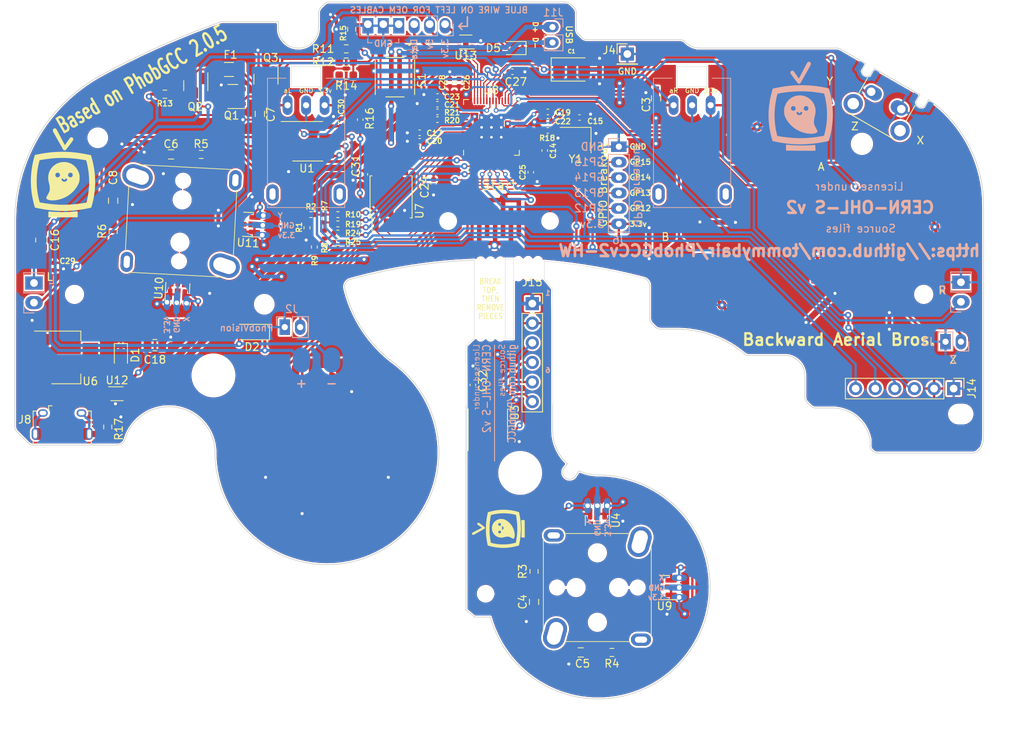
<source format=kicad_pcb>
(kicad_pcb (version 20221018) (generator pcbnew)
  (layers (0 "F.Cu" signal) (31 "B.Cu" signal) (36 "B.SilkS" user "B.Silkscreen") (37 "F.SilkS" user "F.Silkscreen") (38 "B.Mask" user) (39 "F.Mask" user) (44 "Edge.Cuts" user))
  (net 0 "")
  (net 1 "GND")
  (net 2 "+3V3")
  (net 3 "/A")
  (net 4 "/B")
  (net 5 "/X")
  (net 6 "/Y")
  (net 7 "/R")
  (net 8 "/Start")
  (net 9 "/Z")
  (net 10 "/Dleft")
  (net 11 "/Dup")
  (net 12 "/Dright")
  (net 13 "/Ddown")
  (net 14 "/Lanalog")
  (net 15 "/Ranalog")
  (net 16 "/L")
  (net 17 "/Stick_x_filt")
  (net 18 "/Stick_y_filt")
  (net 19 "/Ladder1")
  (net 20 "/Rumble")
  (net 21 "/C_x_filt")
  (net 22 "/C_y_filt")
  (net 23 "Net-(D1-A)")
  (net 24 "Net-(D2-A)")
  (net 25 "Net-(D5-A)")
  (net 26 "/Brake")
  (net 27 "Net-(Q3-D)")
  (net 29 "VCC")
  (net 32 "/XIN")
  (net 33 "Net-(C15-Pad1)")
  (net 34 "+1V1")
  (net 35 "+5V")
  (net 36 "/V")
  (net 37 "/USB_D+")
  (net 38 "/USB_D-")
  (net 39 "/~{USB_BOOT}")
  (net 40 "/QSPI_SS")
  (net 41 "/XOUT")
  (net 42 "Net-(J8-Shield)")
  (net 43 "Net-(Q1-G)")
  (net 44 "/QSPI_SD1")
  (net 45 "/QSPI_SD2")
  (net 46 "/QSPI_SD0")
  (net 47 "/QSPI_SCLK")
  (net 48 "/QSPI_SD3")
  (net 49 "/Ladder2")
  (net 50 "/Ladder3")
  (net 51 "/Ladder4")
  (net 52 "Net-(R1-Pad1)")
  (net 53 "Net-(R10-Pad1)")
  (net 54 "Net-(R19-Pad1)")
  (net 55 "Net-(R24-Pad1)")
  (net 56 "/GPIO12")
  (net 57 "/GPIO13")
  (net 58 "/GPIO14")
  (net 59 "/GPIO15")
  (net 60 "/SWCLK")
  (net 61 "/SWD")
  (net 62 "/RUN")
  (net 63 "/CS2")
  (net 64 "/CLK")
  (net 65 "/Dout")
  (net 66 "/Din")
  (net 67 "/GCC_DATA")
  (net 68 "Net-(Q1-D)")
  (net 69 "/CS1")
  (net 70 "/H1XS")
  (net 71 "/H1YS")
  (net 72 "/H2YS")
  (net 73 "/H2XS")
  (net 74 "Net-(Q3-G)")
  (net 75 "/CLK2")
  (net 76 "/Dout2")
  (net 77 "/Din2")
  (net 78 "/CS2_2")
  (net 79 "/GND_C")
  (net 80 "/USB_D-_Raw")
  (net 81 "/USB_D+_Raw")
  (net 82 "Net-(U8-USB_DP)")
  (net 83 "/GCC_3.3V")
  (net 84 "Net-(U8-USB_DM)")
  (footprint "PhobGCC_2_0_0_footprints:ABXY_Contact_Omron_Switch_Circley" (layer "F.Cu") (at 152.24 51.08)
    (fp_text reference "SW1" hide)
    (fp_text value "A" hide)
  )
  (footprint "PhobGCC_2_0_0_footprints:ABXY_Contact_Omron_Switch_Circley" (layer "F.Cu") (at 137.04 58.78 41)
    (fp_text reference "SW2" hide)
    (fp_text value "B" hide)
  )
  (footprint "PhobGCC_2_0_0_footprints:Z_Switch_Edge_Omron" (layer "F.Cu") (at 161.141443 35.505 -30)
    (fp_text reference "SW8" hide)
    (fp_text value "Z" hide)
  )
  (footprint "PhobGCC_2_0_0_footprints:Dpad_Contact_TL3315NF_2" (layer "F.Cu") (at 80.74 81.13 180)
    (fp_text reference "SW9" hide)
    (fp_text value "Dleft" hide)
  )
  (footprint "PhobGCC_2_0_0_footprints:Dpad_Contact_TL3315NF_2" (layer "F.Cu") (at 88.69 73.18 -90)
    (fp_text reference "SW10" hide)
    (fp_text value "Dup" hide)
  )
  (footprint "PhobGCC_2_0_0_footprints:Dpad_Contact_TL3315NF_2" (layer "F.Cu") (at 96.64 81.13 180)
    (fp_text reference "SW11" hide)
    (fp_text value "Dright" hide)
  )
  (footprint "PhobGCC_2_0_0_footprints:Dpad_Contact_TL3315NF_2" (layer "F.Cu") (at 88.69 89.08 90)
    (fp_text reference "SW12" hide)
    (fp_text value "Ddown" hide)
  )
  (footprint "PhobGCC_2_0_0_footprints:GCC_Stickbox_Hall_Only" (layer "F.Cu") (at 69.795083 51.128232 177)
    (fp_text reference "U2" hide)
    (fp_text value "Stickbox_Assembly_Main")
  )
  (footprint "PhobGCC_2_0_0_footprints:C_0603_HandSoldering" (layer "F.Cu") (at 80 37.25 -90)
    (fp_text reference "C7")
    (fp_text value "0.047u")
  )
  (footprint "PhobGCC_2_0_0_footprints:C_0603_HandSoldering" (layer "F.Cu") (at 131.318 35.24 90)
    (fp_text reference "C3")
    (fp_text value "0.047u")
  )
  (footprint "PhobGCC_2_0_0_footprints:Start_Contact" (layer "F.Cu") (at 110.99 51.18)
    (fp_text reference "SW5" hide)
    (fp_text value "Start")
  )
  (footprint "PhobGCC_2_0_0_footprints:ABXY_Contact_Omron_Switch_Circley" (layer "F.Cu") (at 148.24 36.98 -63)
    (fp_text reference "SW4" hide)
    (fp_text value "Y" hide)
  )
  (footprint "PhobGCC_2_0_0_footprints:MountingHole_5.2mm" (layer "F.Cu") (at 73.99 71.13)
    (fp_text reference "H1" hide)
    (fp_text value "5.2mm")
  )
  (footprint "PhobGCC_2_0_0_footprints:MountingHole_2.0mm" (layer "F.Cu") (at 55.99 60.63)
    (fp_text reference "H3" hide)
    (fp_text value "2mm")
  )
  (footprint "PhobGCC_2_0_0_footprints:MountingHole_1.8mm" (layer "F.Cu") (at 104.39 51.13)
    (fp_text reference "H5" hide)
    (fp_text value "1.8mm")
  )
  (footprint "PhobGCC_2_0_0_footprints:MountingHole_1.8mm" (layer "F.Cu") (at 117.59 51.13)
    (fp_text reference "H6" hide)
    (fp_text value "1.8mm")
  )
  (footprint "PhobGCC_2_0_0_footprints:MountingHole_2.4mm" (layer "F.Cu") (at 157.99 41.13)
    (fp_text reference "H7" hide)
    (fp_text value "2.4mm")
  )
  (footprint "PhobGCC_2_0_0_footprints:MountingHole_2.0mm" (layer "F.Cu") (at 165.99 60.63)
    (fp_text reference "H4" hide)
    (fp_text value "2mm")
  )
  (footprint "PhobGCC_2_0_0_footprints:MountingHole_2.2mm" (layer "F.Cu") (at 59.006622 40.346621)
    (fp_text reference "H8" hide)
    (fp_text value "2.2mm")
  )
  (footprint "PhobGCC_2_0_0_footprints:ABXY_Contact_Omron_Switch_Circley" (layer "F.Cu") (at 166.54 47.68 12)
    (fp_text reference "SW3" hide)
    (fp_text value "X" hide)
  )
  (footprint "PhobGCC_2_0_0_footprints:Slot" (layer "F.Cu") (at 170.79 76.13)
    (fp_text reference "H2" hide)
    (fp_text value "Slot")
  )
  (footprint "PhobGCC_2_0_0_footprints:MountingHole_2.2mm" (layer "F.Cu") (at 80.573378 61.913378)
    (fp_text reference "H9" hide)
    (fp_text value "2.2mm")
  )
  (footprint "PhobGCC_2_0_0_footprints:Fuse_1206_3216Metric" (layer "F.Cu") (at 76 31.5)
    (fp_text reference "F1")
    (fp_text value "Fuse")
  )
  (footprint "PhobGCC_2_0_0_footprints:R_0603_1608Metric_Pad0.98x0.95mm_HandSolder" (layer "F.Cu") (at 91.19 32.23)
    (fp_text reference "R14")
    (fp_text value "10k")
  )
  (footprint "PhobGCC_2_0_0_footprints:SOIC-8_5.23x5.23mm_P1.27mm" (layer "F.Cu") (at 97 48 90)
    (fp_text reference "U7")
    (fp_text value "W25Q128JVS")
  )
  (footprint "PhobGCC_2_0_0_footprints:R_0402_1005Metric" (layer "F.Cu") (at 90.106 51.5)
    (fp_text reference "R19")
    (fp_text value "316")
  )
  (footprint "PhobGCC_2_0_0_footprints:R_0402_1005Metric" (layer "F.Cu") (at 86.606 50.3 180)
    (fp_text reference "R2")
    (fp_text value "180")
  )
  (footprint "Diode_SMD:D_SOD-323" (layer "F.Cu") (at 112.9792 28.7274 180)
    (fp_text reference "D5")
    (fp_text value "CUS10S30,H3F" hide)
  )
  (footprint "PhobGCC_2_0_0_footprints:C_0402_1005Metric" (layer "F.Cu") (at 100.7 39.7 180)
    (fp_text reference "C17")
    (fp_text value "100n")
  )
  (footprint "PhobGCC_2_0_0_footprints:SOT-223-3_TabPin2" (layer "F.Cu") (at 54.9 68.8)
    (fp_text reference "U6")
    (fp_text value "AMS1117-3.3")
  )
  (footprint "PhobGCC_2_0_0_footprints:C_0402_1005Metric" (layer "F.Cu") (at 53.369189 57.02 -90)
    (fp_text reference "C29")
    (fp_text value "100n")
  )
  (footprint "Library:phobtv_bold_big" (layer "F.Cu") (at 54.5 44.9)
    (fp_text reference "Gphobtvbigback" hide)
    (fp_text value "LOGO" hide)
  )
  (footprint "PhobGCC_2_0_0_footprints:Crystal_SMD_3225-4Pin_3.2x2.5mm" (layer "F.Cu") (at 120.9 40.65 180)
    (fp_text reference "Y1")
    (fp_text value "Crystal_GND24")
  )
  (footprint "PhobGCC_2_0_0_footprints:C_0402_1005Metric" (layer "F.Cu") (at 103 37)
    (fp_text reference "R21")
    (fp_text value "27")
  )
  (footprint "Package_TO_SOT_SMD:SOT-666" (layer "F.Cu") (at 106.68 27.94 180)
    (fp_text reference "U13")
    (fp_text value "USBLC6-2P6")
  )
  (footprint "PhobGCC_2_0_0_footprints:R_0402_1005Metric" (layer "F.Cu") (at 88.356 50.8 90)
    (fp_text reference "R7")
    (fp_text value "180")
  )
  (footprint "Connector_PinHeader_2.54mm:PinHeader_1x06_P2.54mm_Vertical" (layer "F.Cu") (at 169.871 72.832 -90)
    (fp_text reference "J14")
    (fp_text value "Conn_01x06")
  )
  (footprint "PhobGCC_2_0_0_footprints:C_0402_1005Metric" (layer "F.Cu") (at 103 38)
    (fp_text reference "R20")
    (fp_text value "27")
  )
  (footprint "PhobGCC_2_0_0_footprints:C_0603_HandSoldering" (layer "F.Cu") (at 121.568 107.01 180)
    (fp_text reference "C5")
    (fp_text value "0.047u")
  )
  (footprint "PhobGCC_2_0_0_footprints:SW_TS-1187A-B-A-B" (layer "F.Cu") (at 97.5 32.5 -90)
    (fp_text reference "S1")
    (fp_text value "BOOTSEL")
  )
  (footprint "PhobGCC_2_0_0_footprints:C_0402_1005Metric" (layer "F.Cu") (at 105.8 33.2 90)
    (fp_text reference "C26")
    (fp_text value "100n")
  )
  (footprint "PhobGCC_2_0_0_footprints:SOT-23" (layer "F.Cu") (at 132.418 98.61 180)
    (fp_text reference "U9")
    (fp_text value "DRV5055A3xDBZxQ1")
  )
  (footprint "Library:phobtv_bold_smol" (layer "F.Cu") (at 110.9 91 90)
    (fp_text reference "Gtvsmallfrontc" hide)
    (fp_text value "LOGO" hide)
  )
  (footprint "PhobGCC_2_0_0_footprints:C_0402_1005Metric" (layer "F.Cu") (at 102.5 46.25 -90)
    (fp_text reference "C24")
    (fp_text value "100n")
  )
  (footprint "PhobGCC_2_0_0_footprints:C_0402_1005Metric" (layer "F.Cu") (at 90.551 38.354 90)
    (fp_text reference "C30")
    (fp_text value "100n")
  )
  (footprint "Capacitor_Tantalum_SMD:CP_EIA-3528-12_Kemet-T_Pad1.50x2.35mm_HandSolder" (layer "F.Cu") (at 120.375 31.5)
    (fp_text reference "C1")
    (fp_text value "47u" hide)
  )
  (footprint "PhobGCC_2_0_0_footprints:SOT-23" (layer "F.Cu") (at 123.716 89.91 -90)
    (fp_text reference "U4")
    (fp_text value "DRV5055A3xDBZxQ1")
  )
  (footprint "PhobGCC_2_0_0_footprints:R_0402_1005Metric" (layer "F.Cu") (at 90.106 50.3)
    (fp_text reference "R10")
    (fp_text value "316")
  )
  (footprint "PhobGCC_2_0_0_footprints:C_0402_1005Metric" (layer "F.Cu") (at 116.9 42 -90)
    (fp_text reference "C14")
    (fp_text value "27p")
  )
  (footprint "PhobGCC_2_0_0_footprints:C_0402_1005Metric" (layer "F.Cu") (at 107.5944 72.3646 90)
    (fp_text reference "C32")
    (fp_text value "100n")
  )
  (footprint "PhobGCC_2_0_0_footprints:R_0402_1005Metric" (layer "F.Cu") (at 87.056 54.5 90)
    (fp_text reference "R9")
    (fp_text value "180")
  )
  (footprint "PhobGCC_2_0_0_footprints:C_0805_2012Metric" (layer "F.Cu") (at 51.7 53.6 -90)
    (fp_text reference "C16")
    (fp_text value "10u")
  )
  (footprint "PhobGCC_2_0_0_footprints:R_0402_1005Metric" (layer "F.Cu") (at 86.106 52 -90)
    (fp_text reference "R1")
    (fp_text value "180")
  )
  (footprint "PhobGCC_2_0_0_footprints:SOIC-8_3.9x4.9mm_P1.27mm" (layer "F.Cu") (at 109.518 77.41 90)
    (fp_text reference "U3")
    (fp_text value "MCP3202")
  )
  (footprint "PhobGCC_2_0_0_footprints:C_0402_1005Metric" (layer "F.Cu") (at 117.3 38.2)
    (fp_text reference "C22")
    (fp_text value "100n")
  )
  (footprint "PhobGCC_2_0_0_footprints:RP2040-QFN-56" (layer "F.Cu") (at 110 39 90)
    (fp_text reference "U8")
    (fp_text value "RP2040")
  )
  (footprint "PhobGCC_2_0_0_footprints:C_0402_1005Metric" (layer "F.Cu") (at 100.7 40.8 180)
    (fp_text reference "C20")
    (fp_text value "100n")
  )
  (footprint "PhobGCC_2_0_0_footprints:SOT-23" (layer "F.Cu") (at 80.79 32.75 -90)
    (fp_text reference "Q3")
    (fp_text value "Q_NMOS_GSD")
  )
  (footprint "PhobGCC_2_0_0_footprints:R_0402_1005Metric" (layer "F.Cu") (at 90.106 53.9)
    (fp_text reference "R25")
    (fp_text value "316")
  )
  (footprint "PhobGCC_2_0_0_footprints:R_0603_1608Metric_Pad0.98x0.95mm_HandSolder" (layer "F.Cu") (at 67.7 34.7 180)
    (fp_text reference "R13")
    (fp_text value "10k")
  )
  (footprint "PhobGCC_2_0_0_footprints:PinHeader_1x01_P2.54mm_Vertical" (layer "F.Cu") (at 127.6 29.5)
    (fp_text reference "J4")
    (fp_text value "Conn_01x01")
  )
  (footprint "PhobGCC_2_0_0_footprints:C_0603_HandSoldering" (layer "F.Cu") (at 115.518 100.46 -90)
    (fp_text reference "C4")
    (fp_text value "0.047u")
  )
  (footprint "PhobGCC_2_0_0_footprints:breakaway-mousebites-double-v2-small" (layer "F.Cu") (at 114.5272 56.049325 180)
    (fp_text reference "H14" hide)
    (fp_text value "MouseBite" hide)
  )
  (footprint "PhobGCC_2_0_0_footprints:C_0603_HandSoldering" (layer "F.Cu") (at 68.5 42.5 180)
    (fp_text reference "C6")
    (fp_text value "0.047u")
  )
  (footprint "PhobGCC_2_0_0_footprints:C_0402_1005Metric" (layer "F.Cu") (at 93.599 45.085 -90)
    (fp_text reference "C31")
    (fp_text value "100n")
  )
  (footprint "PhobGCC_2_0_0_footprints:R_0603_1608Metric_Pad0.98x0.95mm_HandSolder" (layer "F.Cu") (at 91.9 26.3 -90)
    (fp_text reference "R15")
    (fp_text value "10k")
  )
  (footprint "PhobGCC_2_0_0_footprints:R_0603_1608Metric_Pad0.98x0.95mm_HandSolder" (layer "F.Cu") (at 115.518 96.51 90)
    (fp_text reference "R3")
    (fp_text value "2k")
  )
  (footprint "PhobGCC_2_0_0_footprints:C_0402_1005Metric" (layer "F.Cu") (at 117.3 39.4)
    (fp_text reference "R18")
    (fp_text value "1k")
  )
  (footprint "PhobGCC_2_0_0_footprints:R_0402_1005Metric" (layer "F.Cu") (at 90.106 52.7)
    (fp_text reference "R24")
    (fp_text value "316")
  )
  (footprint "PhobGCC_2_0_0_footprints:SOT-23" (layer "F.Cu") (at 78.475 51.575 177)
    (fp_text reference "U11")
    (fp_text value "DRV5055A3xDBZxQ1")
  )
  (footprint "PhobGCC_2_0_0_footprints:GCC_Stickbox_Hall_Only" (layer "F.Cu") (at 123.719 98.604552 -90)
    (fp_text reference "U5" hide)
    (fp_text value "Stickbox_Assembly_CStick")
  )
  (footprint "PhobGCC_2_0_0_footprints:SOT-23" (layer "F.Cu") (at 69.350935 59.811215 87)
    (fp_text reference "U10")
    (fp_text value "DRV5055A3xDBZxQ1")
  )
  (footprint "PhobGCC_2_0_0_footprints:R_0603_1608Metric_Pad0.98x0.95mm_HandSolder" (layer "F.Cu") (at 125.6055 107.01)
    (fp_text reference "R4")
    (fp_text value "2k")
  )
  (footprint "Package_TO_SOT_SMD:SOT-666" (layer "F.Cu") (at 61.5 73.5)
    (fp_text reference "U12")
    (fp_text value "USBLC6-2P6")
  )
  (footprint "PhobGCC_2_0_0_footprints:breakaway-mousebites-double-v2-large" (layer "F.Cu") (at 110.1104 62.67685)
    (fp_text reference "H15" hide)
    (fp_text value "MouseBite" hide)
  )
  (footprint "PhobGCC_2_0_0_footprints:R_0603_1608Metric_Pad0.98x0.95mm_HandSolder" (layer "F.Cu") (at 61 52.5 -90)
    (fp_text reference "R6")
    (fp_text value "2k")
  )
  (footprint "Diode_SMD:D_SOD-323" (layer "F.Cu") (at 62 68.5 -90)
    (fp_text reference "D1")
    (fp_text value "CUS10S30,H3F")
  )
  (footprint "PhobGCC_2_0_0_footprints:MountingHole_5.2mm" (layer "F.Cu") (at 113.719 83.754552 90)
    (fp_text reference "H11" hide)
    (fp_text value "MountingHole")
  )
  (footprint "PhobGCC_2_0_0_footprints:R_0402_1005Metric" (layer "F.Cu") (at 88.356 52.9 90)
    (fp_text reference "R8")
    (fp_text value "180")
  )
  (footprint "PhobGCC_2_0_0_footprints:C_0402_1005Metric" (layer "F.Cu") (at 104.6 33.2 90)
    (fp_text reference "C28")
    (fp_text value "100n")
  )
  (footprint "PhobGCC_2_0_0_footprints:C_0402_1005Metric" (layer "F.Cu") (at 103 36 180)
    (fp_text reference "C21")
    (fp_text value "1u")
  )
  (footprint "PhobGCC_2_0_0_footprints:SOT-23" (layer "F.Cu") (at 76.5 35 180)
    (fp_text reference "Q1")
    (fp_text value "Q_NMOS_GSD")
  )
  (footprint "Resistor_SMD:R_0603_1608Metric_Pad0.98x0.95mm_HandSolder" (layer "F.Cu") (at 60.3 77.8 90)
    (fp_text reference "R17")
    (fp_text value "100k")
  )
  (footprint "PhobGCC_2_0_0_footprints:C_0402_1005Metric" (layer "F.Cu") (at 93 38 90)
    (fp_text reference "R16")
    (fp_text value "1k")
  )
  (footprint "PhobGCC_2_0_0_footprints:C_0402_1005Metric" (layer "F.Cu") (at 121.412 37.719)
    (fp_text reference "C15")
    (fp_text value "27p")
  )
  (footprint "PhobGCC_2_0_0_footprints:D_SOD-123" (layer "F.Cu") (at 79 65.51 180)
    (fp_text reference "D2")
    (fp_text value "M7C")
  )
  (footprint "PhobGCC_2_0_0_footprints:C_0402_1005Metric" (layer "F.Cu") (at 103 35 180)
    (fp_text reference "C23")
    (fp_text value "1u")
  )
  (footprint "PhobGCC_2_0_0_footprints:MountingHole_2.0mm" (layer "F.Cu") (at 123.719 94.104552 90)
    (fp_text reference "H13" hide)
    (fp_text value "MountingHole")
  )
  (footprint "PhobGCC_2_0_0_footprints:USB_Micro-B_Amphenol_10118194_Horizontal" (layer "F.Cu") (at 54.4 77.4)
    (fp_text reference "J8")
    (fp_text value "USB_B_Micro")
  )
  (footprint "PhobGCC_2_0_0_footprints:R_0603_1608Metric_Pad0.98x0.95mm_HandSolder" (layer "F.Cu") (at 91.19 28.83 180)
    (fp_text reference "R11")
    (fp_text value "100R")
  )
  (footprint "PhobGCC_2_0_0_footprints:C_0402_1005Metric" (layer "F.Cu") (at 115.1 44.82 -90)
    (fp_text reference "C25")
    (fp_text value "100n")
  )
  (footprint "PhobGCC_2_0_0_footprints:R_0603_1608Metric_Pad0.98x0.95mm_HandSolder" (layer "F.Cu") (at 72.4125 42.5)
    (fp_text reference "R5")
    (fp_text value "2k")
  )
  (footprint "PhobGCC_2_0_0_footprints:MountingHole_2.0mm" (layer "F.Cu") (at 123.719 103.104552 90)
    (fp_text reference "H12" hide)
    (fp_text value "MountingHole")
  )
  (footprint "PhobGCC_2_0_0_footprints:SOIC-8_3.9x4.9mm_P1.27mm" (layer "F.Cu") (at 86.2 40.8)
    (fp_text reference "U1")
    (fp_text value "MCP3202")
  )
  (footprint "PhobGCC_2_0_0_footprints:MountingHole_1.8mm" (layer "F.Cu") (at 109.244 99.404552 90)
    (fp_text reference "H10" hide)
    (fp_text value "MountingHole")
  )
  (footprint "PhobGCC_2_0_0_footprints:C_0603_HandSoldering" (layer "F.Cu") (at 61 48.5 90)
    (fp_text reference "C8")
    (fp_text value "0.047u")
  )
  (footprint "PhobGCC_2_0_0_footprints:C_0402_1005Metric" (layer "F.Cu") (at 112.72 31.8)
    (fp_text reference "C27")
    (fp_text value "100n")
  )
  (footprint "PhobGCC_2_0_0_footprints:C_0805_2012Metric" (layer "F.Cu") (at 66.4 67.2)
    (fp_text reference "C18")
    (fp_text value "10u")
  )
  (footprint "PhobGCC_2_0_0_footprints:SOT-23" (layer "F.Cu") (at 71.7 33.6 -90)
    (fp_text reference "Q2")
    (fp_text value "Q_PMOS_GDS")
  )
  (footprint "PhobGCC_2_0_0_footprints:R_0603_1608Metric_Pad0.98x0.95mm_HandSolder" (layer "F.Cu") (at 91.19 30.53 180)
    (fp_text reference "R12")
    (fp_text value "100R")
  )
  (footprint "Connector_PinSocket_2.54mm:PinSocket_1x06_P2.54mm_Vertical" (layer "F.Cu") (at 115.2906 61.8236)
    (fp_text reference "J15")
    (fp_text value "Conn_01x06")
  )
  (footprint "PhobGCC_2_0_0_footprints:C_0402_1005Metric" (layer "F.Cu") (at 117.3 37)
    (fp_text reference "C19")
    (fp_text value "100n")
  )
  (footprint "PhobGCC_2_0_0_footprints:Pin_Header_Straight_1x02_Pitch2.54mm" (layer "B.Cu") (at 50.745892 61.699074)
    (fp_text reference "SW6" hide)
    (fp_text value "L" hide)
  )
  (footprint "PhobGCC_2_0_0_footprints:Pin_Header_Straight_1x02_Pitch2.54mm" (layer "B.Cu") (at 170.815 61.595)
    (fp_text reference "SW7" hide)
    (fp_text value "R" hide)
  )
  (footprint "PhobGCC_2_0_0_footprints:GCC_Slider" (layer "B.Cu") (at 135.99 36.13 180)
    (fp_text reference "RV2" hide)
    (fp_text value "R_POT_MountingPin")
  )
  (footprint "PhobGCC_2_0_0_footprints:GCC_Slider" (layer "B.Cu") (at 85.99 36.13 180)
    (fp_text reference "RV1" hide)
    (fp_text value "R_POT_MountingPin")
  )
  (footprint "PhobGCC_2_0_0_footprints:GCC_Header_Straight_1x06_Pitch2.00mm" (layer "B.Cu") (at 103.99 25.63 90)
    (fp_text reference "J1" hide)
    (fp_text value "Conn_01x06_Female")
  )
  (footprint "PhobGCC_2_0_0_footprints:PinHeader_1x02_P2.00mm_Horizontal" (layer "B.Cu") (at 168.815 66.761 -90)
    (fp_text reference "J3")
    (fp_text value "Conn_01x02")
  )
  (footprint "Connector_PinSocket_2.00mm:PinSocket_1x06_P2.00mm_Vertical" (layer "B.Cu") (at 126.5 51.5)
    (fp_text reference "J6")
    (fp_text value "Conn_01x06")
  )
  (footprint "PhobGCC_2_0_0_footprints:rumble_pins" (layer "B.Cu") (at 86.182 69.118 -90)
    (fp_text reference "J5" hide)
    (fp_text value "Rumble" hide)
  )
  (footprint "Library:phobtv_bold_big" (layer "B.Cu") (at 150.0632 36.2712 180)
    (fp_text reference "Gphobtvbigback" hide)
    (fp_text value "LOGO" hide)
  )
  (footprint "PhobGCC_2_0_0_footprints:PinHeader_1x02_P2.00mm_Vertical" (layer "B.Cu") (at 117.91 26.01 180)
    (fp_text reference "J11")
    (fp_text value "Conn_01x02")
  )
  (footprint "PhobGCC_2_0_0_footprints:PinHeader_1x02_P2.00mm_Vertical" (layer "B.Cu") (at 83.2264 64.8716 -90)
    (fp_text reference "J2")
    (fp_text value "Conn_01x02")
  )
  (gr_line (start 106.172 26.3144) (end 105.7656 25.908) (stroke (width 0.2)) (layer "B.SilkS"))
  (gr_line (start 106.8832 24.6888) (end 106.8832 25.908) (stroke (width 0.2)) (layer "B.SilkS"))
  (gr_line (start 94.5388 28.0416) (end 93.98 28.0416) (stroke (width 0.12)) (layer "B.SilkS"))
  (gr_line (start 97.536 28.0416) (end 97.9932 28.0416) (stroke (width 0.12)) (layer "B.SilkS"))
  (gr_line (start 110.4 67.2) (end 110.4 82.2368) (stroke (width 0.12)) (layer "B.SilkS"))
  (gr_line (start 97.9932 28.0416) (end 97.9932 27.5336) (stroke (width 0.12)) (layer "B.SilkS"))
  (gr_line (start 105.7656 25.908) (end 106.172 25.5016) (stroke (width 0.2)) (layer "B.SilkS"))
  (gr_line (start 106.8832 25.908) (end 105.7656 25.908) (stroke (width 0.2)) (layer "B.SilkS"))
  (gr_line (start 93.98 28.0416) (end 93.98 27.5336) (stroke (width 0.12)) (layer "B.SilkS"))
  (gr_line (start 84.09 33.73) (end 84.09 31.13) (stroke (width 0.05)) (layer "Edge.Cuts"))
  (gr_line (start 134.09 33.73) (end 134.09 31.13) (stroke (width 0.05)) (layer "Edge.Cuts"))
  (gr_line (start 112.86 66.399391) (end 112.8618 56.326618) (stroke (width 0.05)) (layer "Edge.Cuts"))
  (gr_line (start 160.035421 81.176124) (end 172.317318 81.176124) (stroke (width 0.1)) (layer "Edge.Cuts"))
  (gr_line (start 165.087895 35.462132) (end 165.486672 34.768607) (stroke (width 0.1)) (layer "Edge.Cuts"))
  (gr_arc (start 50.663 80.14) (mid 50.279398 80.062098) (end 49.954213 79.844213) (stroke (width 0.1)) (layer "Edge.Cuts"))
  (gr_line (start 51.645 80.139957) (end 50.663 80.14) (stroke (width 0.1)) (layer "Edge.Cuts"))
  (gr_line (start 119.842883 82.558942) (end 119.376378 83.178617) (stroke (width 0.1)) (layer "Edge.Cuts"))
  (gr_line (start 150.597106 71.137107) (end 150.597106 73.922893) (stroke (width 0.1)) (layer "Edge.Cuts"))
  (gr_line (start 152.011319 75.337107) (end 154.134915 75.337107) (stroke (width 0.1)) (layer "Edge.Cuts"))
  (gr_line (start 158.464731 30.730991) (end 155.228573 28.8702) (stroke (width 0.1)) (layer "Edge.Cuts"))
  (gr_arc (start 166.214873 36.110144) (mid 165.327396 36.349596) (end 165.087895 35.462132) (stroke (width 0.1)) (layer "Edge.Cuts"))
  (gr_line (start 134.09 31.13) (end 137.89 31.13) (stroke (width 0.05)) (layer "Edge.Cuts"))
  (gr_arc (start 48.247105 51.137105) (mid 51.28857 40.099145) (end 59.554446 32.176874) (stroke (width 0.1)) (layer "Edge.Cuts"))
  (gr_line (start 173.024425 80.883231) (end 173.438638 80.469018) (stroke (width 0.1)) (layer "Edge.Cuts"))
  (gr_line (start 159.591709 31.379003) (end 159.192932 32.072529) (stroke (width 0.1)) (layer "Edge.Cuts"))
  (gr_line (start 87.89 33.73) (end 84.09 33.73) (stroke (width 0.05)) (layer "Edge.Cuts"))
  (gr_line (start 106.7054 67.308) (end 107.7722 66.292) (stroke (width 0.05)) (layer "Edge.Cuts"))
  (gr_arc (start 129.749616 58.543703) (mid 130.288467 58.899951) (end 130.497106 59.511297) (stroke (width 0.1)) (layer "Edge.Cuts"))
  (gr_line (start 106.715107 101.504552) (end 107.824 102.423717) (stroke (width 0.1)) (layer "Edge.Cuts"))
  (gr_arc (start 90.998864 59.88648) (mid 91.110473 59.140878) (end 91.710992 58.685076) (stroke (width 0.1)) (layer "Edge.Cuts"))
  (gr_arc (start 87.597106 26.137107) (mid 84.997106 28.737107) (end 82.397106 26.137107) (stroke (width 0.1)) (layer "Edge.Cuts"))
  (gr_line (start 87.597106 24.180963) (end 87.597106 26.137107) (stroke (width 0.1)) (layer "Edge.Cuts"))
  (gr_arc (start 87.597106 24.180963) (mid 87.67324 23.798285) (end 87.889999 23.473856) (stroke (width 0.1)) (layer "Edge.Cuts"))
  (gr_arc (start 116.8618 56.326618) (mid 123.353576 57.156903) (end 129.749616 58.543702) (stroke (width 0.05)) (layer "Edge.Cuts"))
  (gr_line (start 166.997106 35.637107) (end 166.61365 35.41662) (stroke (width 0.1)) (layer "Edge.Cuts"))
  (gr_arc (start 131.911318 65.137107) (mid 131.528632 65.060994) (end 131.204212 64.844213) (stroke (width 0.1)) (layer "Edge.Cuts"))
  (gr_arc (start 136.997106 28.737107) (mid 135.981533 28.530562) (end 135.127319 27.943733) (stroke (width 0.1)) (layer "Edge.Cuts"))
  (gr_arc (start 123.824 84.023717) (mid 122.552653 83.885186) (end 121.341069 83.475824) (stroke (width 0.1)) (layer "Edge.Cuts"))
  (gr_line (start 120.874563 84.176335) (end 121.341069 83.475824) (stroke (width 0.1)) (layer "Edge.Cuts"))
  (gr_line (start 130.789999 64.43) (end 131.204212 64.844213) (stroke (width 0.1)) (layer "Edge.Cuts"))
  (gr_line (start 106.718 82.260552) (end 106.717957 82.882552) (stroke (width 0.1)) (layer "Edge.Cuts"))
  (gr_line (start 48.247107 60.692) (end 48.247 51.137105) (stroke (width 0.1)) (layer "Edge.Cuts"))
  (gr_line (start 159.064982 79.503773) (end 159.049408 80.34279) (stroke (width 0.1)) (layer "Edge.Cuts"))
  (gr_line (start 106.717957 92.183552) (end 106.715107 101.504552) (stroke (width 0.1)) (layer "Edge.Cuts"))
  (gr_arc (start 120.704213 23.473856) (mid 120.920996 23.798275) (end 120.997106 24.180963) (stroke (width 0.1)) (layer "Edge.Cuts"))
  (gr_line (start 150.889999 74.63) (end 151.304212 75.044213) (stroke (width 0.1)) (layer "Edge.Cuts"))
  (gr_line (start 111.7788 66.400609) (end 111.7788 56.03) (stroke (width 0.05)) (layer "Edge.Cuts"))
  (gr_line (start 117.924 78.123717) (end 117.924 74.923717) (stroke (width 0.1)) (layer "Edge.Cuts"))
  (gr_arc (start 166.997106 35.637107) (mid 171.965561 41.590379) (end 173.747106 49.137107) (stroke (width 0.1)) (layer "Edge.Cuts"))
  (gr_arc (start 74.833548 25.368395) (mid 74.999242 25.3248) (end 75.169945 25.310115) (stroke (width 0.1)) (layer "Edge.Cuts"))
  (gr_line (start 88.304212 23.059643) (end 87.889999 23.473856) (stroke (width 0.1)) (layer "Edge.Cuts"))
  (gr_line (start 112.8618 56.03) (end 112.8618 56.326618) (stroke (width 0.05)) (layer "Edge.Cuts"))
  (gr_arc (start 133.997106 65.137106) (mid 138.639987 65.953411) (end 142.725996 68.304417) (stroke (width 0.1)) (layer "Edge.Cuts"))
  (gr_arc (start 143.367271 68.537106) (mid 143.026181 68.477126) (end 142.725996 68.304417) (stroke (width 0.1)) (layer "Edge.Cuts"))
  (gr_line (start 166.61365 35.41662) (end 166.214873 36.110145) (stroke (width 0.1)) (layer "Edge.Cuts"))
  (gr_line (start 60.946 80.139957) (end 51.645 80.139957) (stroke (width 0.1)) (layer "Edge.Cuts"))
  (gr_line (start 137.89 31.13) (end 137.89 33.73) (stroke (width 0.05)) (layer "Edge.Cuts"))
  (gr_line (start 120.997106 26.224375) (end 120.997106 24.180963) (stroke (width 0.1)) (layer "Edge.Cuts"))
  (gr_arc (start 122.411319 27.638589) (mid 122.028633 27.562474) (end 121.704212 27.345696) (stroke (width 0.1)) (layer "Edge.Cuts"))
  (gr_line (start 82.397106 25.310115) (end 75.169945 25.310115) (stroke (width 0.1)) (layer "Edge.Cuts"))
  (gr_line (start 120.704212 23.473856) (end 120.289999 23.059643) (stroke (width 0.1)) (layer "Edge.Cuts"))
  (gr_arc (start 62.525292 79.424399) (mid 69.101063 75.238705) (end 74.197105 81.137107) (stroke (width 0.1)) (layer "Edge.Cuts"))
  (gr_line (start 84.09 31.13) (end 87.89 31.13) (stroke (width 0.05)) (layer "Edge.Cuts"))
  (gr_arc (start 154.134914 75.337106) (mid 157.362394 76.518301) (end 159.064982 79.503773) (stroke (width 0.1)) (layer "Edge.Cuts"))
  (gr_line (start 165.486672 34.768607) (end 159.591709 31.379003) (stroke (width 0.1)) (layer "Edge.Cuts"))
  (gr_arc (start 121.289999 26.931482) (mid 121.073232 26.607056) (end 120.997106 26.224375) (stroke (width 0.1)) (layer "Edge.Cuts"))
  (gr_line (start 130.497106 59.511297) (end 130.497106 63.722893) (stroke (width 0.1)) (layer "Edge.Cuts"))
  (gr_line (start 48.247107 60.692) (end 48.247107 76.664) (stroke (width 0.1)) (layer "Edge.Cuts"))
  (gr_arc (start 97.361544 69.510519) (mid 95.201553 94.096358) (end 74.197105 81.137107) (stroke (width 0.1)) (layer "Edge.Cuts"))
  (gr_line (start 111.7788 66.400609) (end 112.86 66.399391) (stroke (width 0.05)) (layer "Edge.Cuts"))
  (gr_arc (start 88.304212 23.059642) (mid 88.628634 22.842865) (end 89.011319 22.766749) (stroke (width 0.1)) (layer "Edge.Cuts"))
  (gr_line (start 82.397106 26.137107) (end 82.397106 25.310115) (stroke (width 0.1)) (layer "Edge.Cuts"))
  (gr_line (start 107.824 102.423717) (end 109.858328 102.423717) (stroke (width 0.1)) (layer "Edge.Cuts"))
  (gr_arc (start 152.011318 75.337107) (mid 151.628632 75.260994) (end 151.304212 75.044213) (stroke (width 0.1)) (layer "Edge.Cuts"))
  (gr_line (start 134.40817 27.638589) (end 122.411319 27.638589) (stroke (width 0.1)) (layer "Edge.Cuts"))
  (gr_line (start 117.924 63.695835) (end 117.9068 59.8932) (stroke (width 0.05)) (layer "Edge.Cuts"))
  (gr_arc (start 59.554445 32.176874) (mid 67.06439 28.481781) (end 74.833548 25.368394) (stroke (width 0.1)) (layer "Edge.Cuts"))
  (gr_line (start 173.747106 78.922893) (end 173.747106 49.137107) (stroke (width 0.1)) (layer "Edge.Cuts"))
  (gr_arc (start 150.889999 74.63) (mid 150.673227 74.305576) (end 150.597106 73.922893) (stroke (width 0.1)) (layer "Edge.Cuts"))
  (gr_line (start 117.9068 59.8932) (end 116.8618 58.645093) (stroke (width 0.05)) (layer "Edge.Cuts"))
  (gr_arc (start 160.03542 81.176124) (mid 159.389924 80.939885) (end 159.049408 80.34279) (stroke (width 0.1)) (layer "Edge.Cuts"))
  (gr_line (start 119.582892 22.766749) (end 89.011319 22.766749) (stroke (width 0.1)) (layer "Edge.Cuts"))
  (gr_line (start 154.730102 28.737107) (end 136.997106 28.737107) (stroke (width 0.1)) (layer "Edge.Cuts"))
  (gr_line (start 87.89 31.13) (end 87.89 33.73) (stroke (width 0.05)) (layer "Edge.Cuts"))
  (gr_line (start 48.54 78.43) (end 49.954213 79.844213) (stroke (width 0.1)) (layer "Edge.Cuts"))
  (gr_line (start 158.065954 31.424516) (end 158.464731 30.730991) (stroke (width 0.1)) (layer "Edge.Cuts"))
  (gr_arc (start 159.192932 32.072528) (mid 158.305412 32.312055) (end 158.065954 31.424516) (stroke (width 0.1)) (layer "Edge.Cuts"))
  (gr_arc (start 91.710992 58.685076) (mid 99.669286 56.966979) (end 107.773266 56.1848) (stroke (width 0.1)) (layer "Edge.Cuts"))
  (gr_line (start 111.7788 56.03) (end 112.8618 56.03) (stroke (width 0.05)) (layer "Edge.Cuts"))
  (gr_line (start 137.89 33.73) (end 134.09 33.73) (stroke (width 0.05)) (layer "Edge.Cuts"))
  (gr_arc (start 173.024425 80.883231) (mid 172.7 81.1) (end 172.317318 81.176124) (stroke (width 0.1)) (layer "Edge.Cuts"))
  (gr_line (start 117.924 74.923717) (end 117.924 63.695835) (stroke (width 0.05)) (layer "Edge.Cuts"))
  (gr_line (start 106.717957 82.882552) (end 106.717957 92.183552) (stroke (width 0.1)) (layer "Edge.Cuts"))
  (gr_arc (start 173.747106 78.922894) (mid 173.669241 79.711192) (end 173.438638 80.469017) (stroke (width 0.1)) (layer "Edge.Cuts"))
  (gr_arc (start 119.582893 22.766749) (mid 119.965576 22.84287) (end 120.289999 23.059643) (stroke (width 0.1)) (layer "Edge.Cuts"))
  (gr_arc (start 97.361543 69.510519) (mid 93.338817 65.254761) (end 90.998865 59.886481) (stroke (width 0.1)) (layer "Edge.Cuts"))
  (gr_arc (start 147.997106 68.537107) (mid 149.835579 69.298634) (end 150.597106 71.137107) (stroke (width 0.1)) (layer "Edge.Cuts"))
  (gr_line (start 116.8618 56.326618) (end 116.8618 58.645093) (stroke (width 0.05)) (layer "Edge.Cuts"))
  (gr_arc (start 120.874563 84.176335) (mid 119.62663 84.426541) (end 119.376378 83.178617) (stroke (width 0.1)) (layer "Edge.Cuts"))
  (gr_line (start 48.247107 76.664) (end 48.247 77.722893) (stroke (width 0.1)) (layer "Edge.Cuts"))
  (gr_arc (start 134.40817 27.638589) (mid 134.79878 27.718019) (end 135.127319 27.943733) (stroke (width 0.1)) (layer "Edge.Cuts"))
  (gr_arc (start 123.824 84.023717) (mid 135.374437 107.290544) (end 109.858328 102.423717) (stroke (width 0.1)) (layer "Edge.Cuts"))
  (gr_line (start 106.718 82.260552) (end 106.718 75.005) (stroke (width 0.1)) (layer "Edge.Cuts"))
  (gr_line (start 61.57 80.14) (end 60.946 80.139957) (stroke (width 0.1)) (layer "Edge.Cuts"))
  (gr_arc (start 154.730102 28.737106) (mid 154.988068 28.770953) (end 155.228573 28.8702) (stroke (width 0.1)) (layer "Edge.Cuts"))
  (gr_line (start 121.704212 27.345696) (end 121.289999 26.931482) (stroke (width 0.1)) (layer "Edge.Cuts"))
  (gr_arc (start 62.525291 79.424399) (mid 62.165506 79.939537) (end 61.57 80.14) (stroke (width 0.1)) (layer "Edge.Cuts"))
  (gr_line (start 106.718 75.005) (end 106.7054 67.308) (stroke (width 0.05)) (layer "Edge.Cuts"))
  (gr_line (start 107.7722 66.292) (end 107.773266 56.1848) (stroke (width 0.05)) (layer "Edge.Cuts"))
  (gr_line (start 143.367271 68.537107) (end 147.997106 68.537107) (stroke (width 0.1)) (layer "Edge.Cuts"))
  (gr_arc (start 119.842883 82.558942) (mid 118.408321 80.546889) (end 117.924 78.123717) (stroke (width 0.1)) (layer "Edge.Cuts"))
  (gr_arc (start 130.789999 64.43) (mid 130.573227 64.105576) (end 130.497106 63.722893) (stroke (width 0.1)) (layer "Edge.Cuts"))
  (gr_arc (start 48.539999 78.43) (mid 48.323203 78.105575) (end 48.247 77.722893) (stroke (width 0.1)) (layer "Edge.Cuts"))
  (gr_line (start 131.911319 65.137107) (end 133.997106 65.137107) (stroke (width 0.1)) (layer "Edge.Cuts"))
  (gr_text "X" (at 132.4864 97.3328) (layer "B.SilkS") (effects (font (size 0.7 0.7)) (justify left mirror)))
  (gr_text "https://github.com/tommybair/PhobGCCv2-HW" (at 145.99 54.98) (layer "B.SilkS") (effects (font (size 1.5 1.5) (thickness 0.35) bold) (justify mirror)))
  (gr_text "github.com/PhobGCC" (at 112.6352 66.9968 90) (layer "B.SilkS") (effects (font (size 1 0.8)) (justify left mirror)))
  (gr_text "R" (at 168.402 60.0964) (layer "B.SilkS") (effects (font (size 1 1)) (justify mirror)))
  (gr_text "Source files" (at 111.3652 66.9968 90) (layer "B.SilkS") (effects (font (size 0.75 0.75) (thickness 0.1)) (justify left mirror)))
  (gr_text "PhobVision" (at 78.2828 64.9732) (layer "B.SilkS") (effects (font (size 0.85 0.85)) (justify mirror)))
  (gr_text "Data" (at 99.9744 27.432 90) (layer "B.SilkS") (effects (font (size 0.8 0.8)) (justify left mirror)))
  (gr_text "3.3v" (at 103.9876 27.432 90) (layer "B.SilkS") (effects (font (size 0.8 0.8)) (justify left mirror)))
  (gr_text "3.3v" (at 67.9196 63.3984 270) (layer "B.SilkS") (effects (font (size 0.7 0.7)) (justify right mirror)))
  (gr_text "GP12" (at 124.714 49.4792) (layer "B.SilkS") (effects (font (size 1 1)) (justify left mirror)))
  (gr_text "3.3v" (at 82.2452 52.9844) (layer "B.SilkS") (effects (font (size 0.7 0.7)) (justify right mirror)))
  (gr_text "CERN-OHL-S v2" (at 109.384 66.9968 90) (layer "B.SilkS") (effects (font (size 1 0.9)) (justify left mirror)))
  (gr_text "3.3v" (at 124.714 51.5112) (layer "B.SilkS") (effects (font (size 1 1)) (justify left mirror)))
  (gr_text "GP14" (at 124.714 45.466) (layer "B.SilkS") (effects (font (size 1 1)) (justify left mirror)))
  (gr_text "GND" (at 123.698 89.7128 270) (layer "B.SilkS") (effects (font (size 0.7 0.7)) (justify right mirror)))
  (gr_text "L" (at 53.086 58.7756) (layer "B.SilkS") (effects (font (size 1 1)) (justify mirror)))
  (gr_text "GND" (at 82.2452 51.7144) (layer "B.SilkS") (effects (font (size 0.7 0.7)) (justify right mirror)))
  (gr_text "3.3v" (at 125.0188 89.7128 270) (layer "B.SilkS") (effects (font (size 0.7 0.7)) (justify right mirror)))
  (gr_text "GND" (at 132.588 98.6536) (layer "B.SilkS") (effects (font (size 0.7 0.7)) (justify left mirror)))
  (gr_text "GND" (at 124.714 41.5) (layer "B.SilkS") (effects (font (size 1 1)) (justify left mirror)))
  (gr_text "6" (at 117.2972 70.4596) (layer "B.SilkS") (effects (font (size 0.65 0.65)) (justify mirror)))
  (gr_text "Licensed under" (at 157.67 46.66) (layer "B.SilkS") (effects (font (size 1 1)) (justify mirror)))
  (gr_text "GND" (at 69.1896 63.3984 270) (layer "B.SilkS") (effects (font (size 0.7 0.7)) (justify right mirror)))
  (gr_text "X" (at 70.4596 63.3984 270) (layer "B.SilkS") (effects (font (size 0.7 0.7)) (justify right mirror)))
  (gr_text "Licensed under" (at 108.0632 66.9968 90) (layer "B.SilkS") (effects (font (size 0.75 0.75) (thickness 0.1)) (justify left mirror)))
  (gr_text "GND" (at 96.012 28.1432) (layer "B.SilkS") (effects (font (size 0.8 0.8)) (justify mirror)))
  (gr_text "1" (at 117.2972 60.452) (layer "B.SilkS") (effects (font (size 0.65 0.65)) (justify mirror)))
  (gr_text "5v" (at 102.0064 27.432 90) (layer "B.SilkS") (effects (font (size 0.8 0.8)) (justify left mirror)))
  (gr_text "3.3v" (at 132.588 99.8728) (layer "B.SilkS") (effects (font (size 0.7 0.7)) (justify left mirror)))
  (gr_text "CERN-OHL-S v2" (at 157.75 49.38) (layer "B.SilkS") (effects (font (size 1.5 1.5) (thickness 0.35)) (justify mirror)))
  (gr_text "Y" (at 82.2452 50.4444) (layer "B.SilkS") (effects (font (size 0.7 0.7)) (justify right mirror)))
  (gr_text "Source files" (at 157.83 52.1) (layer "B.SilkS") (effects (font (size 1 1)) (justify mirror)))
  (gr_text "Y" (at 122.4788 89.7128 270) (layer "B.SilkS") (effects (font (size 0.7 0.7)) (justify right mirror)))
  (gr_text "Z" (at 169.8 69.1) (layer "B.SilkS") (effects (font (size 1 1)) (justify mirror)))
  (gr_text "GPIO Breakout" (at 128.9304 46.482 270) (layer "B.SilkS") (effects (font (size 1 1)) (justify mirror)))
  (gr_text "GP15" (at 124.714 43.4848) (layer "B.SilkS") (effects (font (size 1 1)) (justify left mirror)))
  (gr_text "GP13" (at 124.714 47.498) (layer "B.SilkS") (effects (font (size 1 1)) (justify left mirror)))
  (gr_text "BLUE WIRE ON LEFT FOR OEM CABLES" (at 103.2 23.8) (layer "B.SilkS") (effects (font (size 0.8 0.8)) (justify mirror)))
  (gr_text "GPIO Breakout" (at 124.46 46.482 -270) (layer "F.SilkS") (effects (font (size 1 1))))
  (gr_text "GND" (at 135.9916 34.2392) (layer "F.SilkS") (effects (font (size 0.6 0.6) (thickness 0.1))))
  (gr_text "D-" (at 115.7 28.06 270) (layer "F.SilkS") (effects (font (size 0.65 0.65))))
  (gr_text "D+" (at 115.7 26.03 270) (layer "F.SilkS") (effects (font (size 0.65 0.65))))
  (gr_text "Y" (at 153.8224 33.02) (layer "F.SilkS") (effects (font (size 1 1))))
  (gr_text "aL" (at 83.6168 34.2392) (layer "F.SilkS") (effects (font (size 0.6 0.6) (thickness 0.1))))
  (gr_text "Z" (at 169.8 69.1) (layer "F.SilkS") (effects (font (size 1 1))))
  (gr_text "3.3v" (at 138.3792 34.2392) (layer "F.SilkS") (effects (font (size 0.6 0.6) (thickness 0.1))))
  (gr_text "Based on PhobGCC 2.0.5" (at 64.73 32.76 30) (layer "F.SilkS") (effects (font (size 2 1.3) (thickness 0.3))))
  (gr_text "aR" (at 133.604 34.2392) (layer "F.SilkS") (effects (font (size 0.6 0.6) (thickness 0.1))))
  (gr_text "GP14" (at 127.8128 45.466) (layer "F.SilkS") (effects (font (size 0.7 0.7)) (justify left)))
  (gr_text "GND" (at 86.0044 34.2392) (layer "F.SilkS") (effects (font (size 0.6 0.6) (thickness 0.1))))
  (gr_text "Backward Aerial Bros." (at 142.34 67.37) (layer "F.SilkS") (effects (font (size 1.5 1.5) (thickness 0.3) bold) (justify left bottom)))
  (gr_text "3.3v" (at 88.392 34.2392) (layer "F.SilkS") (effects (font (size 0.6 0.6) (thickness 0.1))))
  (gr_text "3.3v" (at 127.8128 51.5112) (layer "F.SilkS") (effects (font (size 0.7 0.7)) (justify left)))
  (gr_text "BREAK\nTOP,\nTHEN\nREMOVE\nPIECES" (at 109.8804 61.2) (layer "F.SilkS") (effects (font (size 0.7 0.6) (thickness 0.11))))
  (gr_text "Z" (at 157.0736 38.862) (layer "F.SilkS") (effects (font (size 1 1))))
  (gr_text "B" (at 132.5372 53.1876) (layer "F.SilkS") (effects (font (size 1 1))))
  (gr_text "GP13" (at 127.8128 47.498) (layer "F.SilkS") (effects (font (size 0.7 0.7)) (justify left)))
  (gr_text "GP12" (at 127.8128 49.4792) (layer "F.SilkS") (effects (font (size 0.7 0.7)) (justify left)))
  (gr_text "X" (at 165.5572 40.6908) (layer "F.SilkS") (effects (font (size 1 1))))
  (gr_text "GP15" (at 127.8128 43.4848) (layer "F.SilkS") (effects (font (size 0.7 0.7)) (justify left)))
  (gr_text "GND" (at 127.6052 31.7384) (layer "F.SilkS") (effects (font (size 0.8 0.8))))
  (gr_text "R" (at 168.402 60.0964) (layer "F.SilkS") (effects (font (size 1 1))))
  (gr_text "A" (at 152.7048 44.0944) (layer "F.SilkS") (effects (font (size 1 1))))
  (gr_text "L" (at 52.7812 58.3692) (layer "F.SilkS") (effects (font (size 1 1))))
  (gr_text "USB" (at 120.05 27 270) (layer "F.SilkS") (effects (font (size 0.8 0.8))))
  (gr_text "GND" (at 127.8128 41.5) (layer "F.SilkS") (effects (font (size 0.7 0.7)) (justify left)))
  (segment (start 120.72 42.48) (end 116.9 42.48) (width 0.15) (layer "F.Cu") (net 1))
  (segment (start 61.3 73.7) (end 61.3 74.8) (width 0.25) (layer "F.Cu") (net 1))
  (segment (start 130.21 34.29) (end 131.318 34.29) (width 0.3) (layer "F.Cu") (net 1))
  (segment (start 77.4375 34.05) (end 75.55 34.05) (width 0.3) (layer "F.Cu") (net 1))
  (segment (start 113.4375 40) (end 114.814994 40) (width 0.15) (layer "F.Cu") (net 1))
  (segment (start 86 52.616) (end 86.106 52.51) (width 0.25) (layer "F.Cu") (net 1))
  (segment (start 102.52 35) (end 101.5 35) (width 0.2) (layer "F.Cu") (net 1))
  (segment (start 68.453 66.167) (end 68.383 66.167) (width 0.3) (layer "F.Cu") (net 1))
  (segment (start 89.916 25.146) (end 89.154 24.384) (width 0.4) (layer "F.Cu") (net 1))
  (segment (start 50.745892 59.159074) (end 50.745892 55.642773) (width 0.25) (layer "F.Cu") (net 1))
  (segment (start 77.538785 51.525935) (end 77.538785 49.461215) (width 0.3) (layer "F.Cu") (net 1))
  (segment (start 92.357 45.565) (end 93.599 45.565) (width 0.25) (layer "F.Cu") (net 1))
  (segment (start 101.25 33.55) (end 103 31.8) (width 0.4) (layer "F.Cu") (net 1))
  (segment (start 89.916 26.289) (end 89.916 25.146) (width 0.4) (layer "F.Cu") (net 1))
  (segment (start 91.059 34.798) (end 90.3 34.039) (width 0.25) (layer "F.Cu") (net 1))
  (segment (start 79.84 29.09) (end 79.84 31.8125) (width 0.3) (layer "F.Cu") (net 1))
  (segment (start 115.9256 46.0248) (end 115.8248 46.0248) (width 0.3) (layer "F.Cu") (net 1))
  (segment (start 121.539 36.957) (end 121.892 37.31) (width 0.15) (layer "F.Cu") (net 1))
  (segment (start 90.551 37.874) (end 89.817 37.874) (width 0.25) (layer "F.Cu") (net 1))
  (segment (start 122.5 41.5) (end 122 41.5) (width 0.6) (layer "F.Cu") (net 1))
  (segment (start 54.390793 57.5) (end 54.565938 57.324855) (width 0.3) (layer "F.Cu") (net 1))
  (segment (start 91.9 25.3875) (end 92.1425 25.63) (width 0.25) (layer "F.Cu") (net 1))
  (segment (start 100.3808 35.9156) (end 101.25 35.0464) (width 0.25) (layer "F.Cu") (net 1))
  (segment (start 51.7 54.688665) (end 51.7 54.55) (width 0.25) (layer "F.Cu") (net 1))
  (segment (start 120 39.5) (end 121.7 41.2) (width 0.15) (layer "F.Cu") (net 1))
  (segment (start 92.075 45.847) (end 92.357 45.565) (width 0.25) (layer "F.Cu") (net 1))
  (segment (start 119.204 39.8) (end 119.8 39.8) (width 0.15) (layer "F.Cu") (net 1))
  (segment (start 122 41.2) (end 120.72 42.48) (width 0.15) (layer "F.Cu") (net 1))
  (segment (start 103 31.8) (end 104.6 31.8) (width 0.4) (layer "F.Cu") (net 1))
  (segment (start 124 31.45) (end 124 30.05) (width 0.6) (layer "F.Cu") (net 1))
  (segment (start 105.8 32.72) (end 104.6 32.72) (width 0.2) (layer "F.Cu") (net 1))
  (segment (start 120.904 36.957) (end 121.539 36.957) (width 0.15) (layer "F.Cu") (net 1))
  (segment (start 122.4026 37.719) (end 122.8344 37.2872) (width 0.15) (layer "F.Cu") (net 1))
  (segment (start 89.817 37.874) (end 89.535 37.592) (width 0.25) (layer "F.Cu") (net 1))
  (segment (start 101.25 34.75) (end 101.25 33.55) (width 0.4) (layer "F.Cu") (net 1))
  (segment (start 53.369189 57.5) (end 54.390793 57.5) (width 0.3) (layer "F.Cu") (net 1))
  (segment (start 115.8248 46.0248) (end 115.1 45.3) (width 0.3) (layer "F.Cu") (net 1))
  (segment (start 62.05 47.55) (end 63.5 49) (width 0.3) (layer "F.Cu") (net 1))
  (segment (start 123.5456 40.4544) (end 122.5 41.5) (width 0.6) (layer "F.Cu") (net 1))
  (segment (start 118.618 40.386) (end 119.204 39.8) (width 0.15) (layer "F.Cu") (net 1))
  (segment (start 121.892 37.31) (end 121.892 37.719) (width 0.15) (layer "F.Cu") (net 1))
  (segment (start 77.538785 49.461215) (end 79 48) (width 0.3) (layer "F.Cu") (net 1))
  (segment (start 119.8 39.5) (end 120 39.5) (width 0.15) (layer "F.Cu") (net 1))
  (segment (start 130.429 51.996) (end 130.429 56.007) (width 0.6) (layer "F.Cu") (net 1))
  (segment (start 98.905 51.6) (end 98.905 49.905) (width 0.2) (layer "F.Cu") (net 1))
  (segment (start 79.8 38) (end 80 38.2) (width 0.25) (layer "F.Cu") (net 1))
  (segment (start 100.22 39.7) (end 99.1 39.7) (width 0.2) (layer "F.Cu") (net 1))
  (segment (start 77.8005 38) (end 79.8 38) (width 0.25) (layer "F.Cu") (net 1))
  (segment (start 61.1 73.5) (end 61.3 73.7) (width 0.25) (layer "F.Cu") (net 1))
  (segment (start 83.725 42.505) (end 83.725 44.725) (width 0.3) (layer "F.Cu") (net 1))
  (segment (start 90.3 34.039) (end 90.3 32.2525) (width 0.25) (layer "F.Cu") (net 1))
  (segment (start 58.8 77.2) (end 59.1125 76.8875) (width 0.3) (layer "F.Cu") (net 1))
  (segment (start 122 31.5) (end 124 31.5) (width 0.6) (layer "F.Cu") (net 1))
  (segment (start 51.75 66.5) (end 51.75 65.25) (width 0.6) (layer "F.Cu") (net 1))
  (segment (start 60.575 73.5) (end 61.1 73.5) (width 0.25) (layer "F.Cu") (net 1))
  (segment (start 117.78 37) (end 117.78 38.2) (width 0.15) (layer "F.Cu") (net 1))
  (segment (start 107.605 27.94) (end 108.4326 27.94) (width 0.25) (layer "F.Cu") (net 1))
  (segment (start 92.1425 25.63) (end 93.99 25.63) (width 0.25) (layer "F.Cu") (net 1))
  (segment (start 74.6252 49.7332) (end 74.6252 51.7652) (width 0.5) (layer "F.Cu") (net 1))
  (segment (start 100.3808 35.9156) (end 100.4652 36) (width 0.2) (layer "F.Cu") (net 1))
  (segment (start 121.7 41.2) (end 122 41.2) (width 0.15) (layer "F.Cu") (net 1))
  (segment (start 63.9572 41.148) (end 65.024 42.2148) (width 0.5) (layer "F.Cu") (net 1))
  (segment (start 124 33.35) (end 124 31.45) (width 0.6) (layer "F.Cu") (net 1))
  (segment (start 75.55 34.05) (end 75 33.5) (width 0.3) (layer "F.Cu") (net 1))
  (segment (start 59.1125 76.8875) (end 60.3 76.8875) (width 0.3) (layer "F.Cu") (net 1))
  (segment (start 55.7 76) (end 55.7 76.6) (width 0.3) (layer "F.Cu") (net 1))
  (segment (start 100.3808 35.9156) (end 99.7906 35.9156) (width 0.25) (layer "F.Cu") (net 1))
  (segment (start 50.745892 55.642773) (end 51.7 54.688665) (width 0.25) (layer "F.Cu") (net 1))
  (segment (start 86 53.6) (end 86 52.616) (width 0.25) (layer "F.Cu") (net 1))
  (segment (start 73.5 60.5) (end 71.875 58.875) (width 0.3) (layer "F.Cu") (net 1))
  (segment (start 117.78 38.2) (end 119.026 38.2) (width 0.15) (layer "F.Cu") (net 1))
  (segment (start 116.2 41.385006) (end 116.2 42.2) (width 0.15) (layer "F.Cu") (net 1))
  (segment (start 137.058 51.308) (end 137 51.25) (width 0.6) (layer "F.Cu") (net 1))
  (segment (start 51.75 65.25) (end 50.5 64) (width 0.6) (layer "F.Cu") (net 1))
  (segment (start 150.749 64.262) (end 150.749 64.251) (width 0.8) (layer "F.Cu") (net 1))
  (segment (start 98.905 49.905) (end 98.75 49.75) (width 0.15) (layer "F.Cu") (net 1))
  (segment (start 116.48 42.48) (end 116.9 42.48) (width 0.15) (layer "F.Cu") (net 1))
  (segment (start 130 34.5) (end 130.21 34.29) (width 0.3) (layer "F.Cu") (net 1))
  (segment (start 67.55 42.5) (end 67.55 44.95) (width 0.3) (layer "F.Cu") (net 1))
  (segment (start 108.4326 27.94) (end 108.6104 27.7622) (width 0.25) (layer "F.Cu") (net 1))
  (segment (start 150.749 64.251) (end 154.5 60.5) (width 0.8) (layer "F.Cu") (net 1))
  (segment (start 114.814994 40) (end 116.2 41.385006) (width 0.15) (layer "F.Cu") (net 1))
  (segment (start 67.55 44.95) (end 67.5 45) (width 0.3) (layer "F.Cu") (net 1))
  (segment (start 79.75 29) (end 79.84 29.09) (width 0.3) (layer "F.Cu") (net 1))
  (segment (start 101.5 35) (end 101.25 34.75) (width 0.2) (layer "F.Cu") (net 1))
  (segment (start 99.7906 35.9156) (end 99.375 35.5) (width 0.25) (layer "F.Cu") (net 1))
  (segment (start 161.544 65.151) (end 161.544 62.992) (width 0.5) (layer "F.Cu") (net 1))
  (segment (start 56.3 77.2) (end 58.8 77.2) (width 0.3) (layer "F.Cu") (net 1))
  (segment (start 101.25 35.0464) (end 101.25 34.75) (width 0.25) (layer "F.Cu") (net 1))
  (segment (start 119.026 38.2) (end 120.269 36.957) (width 0.15) (layer "F.Cu") (net 1))
  (segment (start 123.5456 39.7764) (end 123.5456 40.4544) (width 0.6) (layer "F.Cu") (net 1))
  (segment (start 113.2 31.8) (end 114.325 31.8) (width 0.25) (layer "F.Cu") (net 1))
  (segment (start 116.2 42.2) (end 116.48 42.48) (width 0.15) (layer "F.Cu") (net 1))
  (segment (start 68.383 66.167) (end 67.35 67.2) (width 0.3) (layer "F.Cu") (net 1))
  (segment (start 141.605 51.308) (end 137.058 51.308) (width 0.6) (layer "F.Cu") (net 1))
  (segment (start 55.7 76.6) (end 56.3 77.2) (width 0.3) (layer "F.Cu") (net 1))
  (segment (start 90.3 32.2525) (end 90.2775 32.23) (width 0.25) (layer "F.Cu") (net 1))
  (segment (start 71.875 58.875) (end 69.4 58.875) (width 0.3) (layer "F.Cu") (net 1))
  (segment (start 60.3 76.8875) (end 61.6125 76.8875) (width 0.8) (layer "F.Cu") (net 1))
  (segment (start 99.375 29.5) (end 99.375 35.5) (width 0.25) (layer "F.Cu") (net 1))
  (segment (start 61 47.55) (end 62.05 47.55) (width 0.3) (layer "F.Cu") (net 1))
  (segment (start 121.892 37.719) (end 122.4026 37.719) (width 0.15) (layer "F.Cu") (net 1))
  (segment (start 100.22 40.8) (end 99.1 40.8) (width 0.2) (layer "F.Cu") (net 1))
  (segment (start 61.6125 76.8875) (end 62 76.5) (width 0.8) (layer "F.Cu") (net 1))
  (segment (start 100.4652 36) (end 102.52 36) (width 0.2) (layer "F.Cu") (net 1))
  (segment (start 120.269 36.957) (end 120.904 36.957) (width 0.15) (layer "F.Cu") (net 1))
  (segment (start 104.6 31.8) (end 104.6 32.72) (width 0.2) (layer "F.Cu") (net 1))
  (segment (start 62.1284 41.148) (end 63.9572 41.148) (width 0.5) (layer "F.Cu") (net 1))
  (segment (start 102.5 47.75) (end 102.5 46.78) (width 0.2) (layer "F.Cu") (net 1))
  (via (at 96.64 84.33) (size 0.8) (drill 0.4) (layers "F.Cu" "B.Cu") (net 1))
  (via (at 74.6252 51.7652) (size 0.8) (drill 0.4) (layers "F.Cu" "B.Cu") (net 1))
  (via (at 122.8344 37.2872) (size 0.8) (drill 0.4) (layers "F.Cu" "B.Cu") (net 1))
  (via (at 101.25 34.75) (size 0.8) (drill 0.4) (layers "F.Cu" "B.Cu") (net 1))
  (via (at 115.9256 46.0248) (size 0.8) (drill 0.4) (layers "F.Cu" "B.Cu") (net 1))
  (via (at 89.154 24.384) (size 0.8) (drill 0.4) (layers "F.Cu" "B.Cu") (net 1))
  (via (at 73.5 60.5) (size 0.8) (drill 0.4) (layers "F.Cu" "B.Cu") (net 1))
  (via (at 102.5 47.75) (size 0.8) (drill 0.4) (layers "F.Cu" "B.Cu") (net 1))
  (via (at 130 34.5) (size 0.8) (drill 0.4) (layers "F.Cu" "B.Cu") (net 1))
  (via (at 118.618 40.386) (size 0.8) (drill 0.4) (layers "F.Cu" "B.Cu") (net 1))
  (via (at 79.75 29) (size 0.8) (drill 0.4) (layers "F.Cu" "B.Cu") (net 1))
  (via (at 108.6104 27.7622) (size 0.8) (drill 0.4) (layers "F.Cu" "B.Cu") (net 1))
  (via (at 92.075 45.847) (size 0.8) (drill 0.4) (layers "F.Cu" "B.Cu") (net 1))
  (via (at 77.8005 38) (size 0.8) (drill 0.4) (layers "F.Cu" "B.Cu") (net 1))
  (via (at 154.5 60.5) (size 0.8) (drill 0.4) (layers "F.Cu" "B.Cu") (net 1))
  (via (at 130.429 56.007) (size 0.8) (drill 0.4) (layers "F.Cu" "B.Cu") (net 1))
  (via (at 65.024 42.2148) (size 0.8) (drill 0.4) (layers "F.Cu" "B.Cu") (net 1))
  (via (at 124 30.05) (size 0.8) (drill 0.4) (layers "F.Cu" "B.Cu") (net 1))
  (via (at 150.749 64.262) (size 0.8) (drill 0.4) (layers "F.Cu" "B.Cu") (net 1))
  (via (at 137 51.25) (size 0.8) (drill 0.4) (layers "F.Cu" "B.Cu") (net 1))
  (via (at 85.471 89.027) (size 0.8) (drill 0.4) (layers "F.Cu" "B.Cu") (net 1))
  (via (at 91.059 34.798) (size 0.8) (drill 0.4) (layers "F.Cu" "B.Cu") (net 1))
  (via (at 98.75 49.75) (size 0.8) (drill 0.4) (layers "F.Cu" "B.Cu") (net 1))
  (via (at 123.5456 39.7764) (size 0.8) (drill 0.4) (layers "F.Cu" "B.Cu") (net 1))
  (via (at 89.916 26.289) (size 0.8) (drill 0.4) (layers "F.Cu" "B.Cu") (net 1))
  (via (at 62 76.5) (size 0.8) (drill 0.4) (layers "F.Cu" "B.Cu") (net 1))
  (via (at 50.5 64) (size 0.8) (drill 0.4) (layers "F.Cu" "B.Cu") (net 1))
  (via (at 141.605 51.308) (size 0.8) (drill 0.4) (layers "F.Cu" "B.Cu") (net 1))
  (via (at 161.544 62.992) (size 0.8) (drill 0.4) (layers "F.Cu" "B.Cu") (net 1))
  (via (at 75 33.5) (size 0.8) (drill 0.4) (layers "F.Cu" "B.Cu") (net 1))
  (via (at 161.544 65.151) (size 0.8) (drill 0.4) (layers "F.Cu" "B.Cu") (net 1))
  (via (at 124 33.35) (size 0.8) (drill 0.4) (layers "F.Cu" "B.Cu") (net 1))
  (via (at 91.89 73.23) (size 0.8) (drill 0.4) (layers "F.Cu" "B.Cu") (net 1))
  (via (at 99.1 40.8) (size 0.8) (drill 0.4) (layers "F.Cu" "B.Cu") (net 1))
  (via (at 114.325 31.8) (size 0.8) (drill 0.4) (layers "F.Cu" "B.Cu") (net 1))
  (via (at 86 53.6) (size 0.8) (drill 0.4) (layers "F.Cu" "B.Cu") (net 1))
  (via (at 83.7184 44.7294) (size 0.8) (drill 0.4) (layers "F.Cu" "B.Cu") (net 1))
  (via (at 62.1284 41.148) (size 0.8) (drill 0.4) (layers "F.Cu" "B.Cu") (net 1))
  (via (at 68.453 66.167) (size 0.8) (drill 0.4) (layers "F.Cu" "B.Cu") (net 1))
  (via (at 79 48) (size 0.8) (drill 0.4) (layers "F.Cu" "B.Cu") (net 1))
  (via (at 104.6 31.8) (size 0.8) (drill 0.4) (layers "F.Cu" "B.Cu") (net 1))
  (via (at 100.3808 35.9156) (size 0.8) (drill 0.4) (layers "F.Cu" "B.Cu") (net 1))
  (via (at 54.565938 57.324855) (size 0.8) (drill 0.4) (layers "F.Cu" "B.Cu") (net 1))
  (via (at 130.429 51.996) (size 0.8) (drill 0.4) (layers "F.Cu" "B.Cu") (net 1))
  (via (at 99.1 39.7) (size 0.8) (drill 0.4) (layers "F.Cu" "B.Cu") (net 1))
  (via (at 63.5 49) (size 0.8) (drill 0.4) (layers "F.Cu" "B.Cu") (net 1))
  (via (at 89.535 37.592) (size 0.8) (drill 0.4) (layers "F.Cu" "B.Cu") (net 1))
  (via (at 74.6252 49.7332) (size 0.8) (drill 0.4) (layers "F.Cu" "B.Cu") (net 1))
  (via (at 61.3 74.8) (size 0.8) (drill 0.4) (layers "F.Cu" "B.Cu") (net 1))
  (via (at 80.74 84.33) (size 0.8) (drill 0.4) (layers "F.Cu" "B.Cu") (net 1))
  (via (at 67.5 45) (size 0.8) (drill 0.4) (layers "F.Cu" "B.Cu") (net 1))
  (segment (start 107.4 42.4375) (end 105.3125 42.4375) (width 0.15) (layer "F.Cu") (net 2))
  (segment (start 102.093 38.75) (end 105.17 38.75) (width 0.25) (layer "F.Cu") (net 2))
  (segment (start 106.5625 35.965408) (end 106.965408 35.5625) (width 0.15) (layer "F.Cu") (net 2))
  (segment (start 105.88 33.68) (end 105.8 33.68) (width 0.2) (layer "F.Cu") (net 2))
  (segment (start 102.5 45.25) (end 102.5 45.77) (width 0.15) (layer "F.Cu") (net 2))
  (segment (start 105.4 38.4) (end 107 38.4) (width 0.15) (layer "F.Cu") (net 2))
  (segment (start 107.35048 38.75048) (end 106.5625 38.75048) (width 0.15) (layer "F.Cu") (net 2))
  (segment (start 101.18 39.7) (end 101.18 39.663) (width 0.25) (layer "F.Cu") (net 2))
  (segment (start 115.57 38.3032) (end 115.6968 38.3032) (width 0.25) (layer "F.Cu") (net 2))
  (segment (start 115.32 38.2) (end 114.72 38.8) (width 0.25) (layer "F.Cu") (net 2))
  (segment (start 105.09952 38.70048) (end 105.4 38.4) (width 0.15) (layer "F.Cu") (net 2))
  (segment (start 107 38.4) (end 107.35048 38.75048) (width 0.15) (layer "F.Cu") (net 2))
  (segment (start 114.72 38.8) (end 113.4375 38.8) (width 0.25) (layer "F.Cu") (net 2))
  (segment (start 105.12452 38.72548) (end 106.5625 38.72548) (width 0.2) (layer "F.Cu") (net 2))
  (segment (start 106.6 38.8) (end 106.625 38.775) (width 0.2) (layer "F.Cu") (net 2))
  (segment (start 115.8 38.2) (end 115.32 38.2) (width 0.25) (layer "F.Cu") (net 2))
  (segment (start 106.5625 36.8) (end 106.5625 35.965408) (width 0.15) (layer "F.Cu") (net 2))
  (segment (start 105.3125 42.4375) (end 102.5 45.25) (width 0.15) (layer "F.Cu") (net 2))
  (segment (start 106.965408 35.5625) (end 107.4 35.5625) (width 0.15) (layer "F.Cu") (net 2))
  (segment (start 116.82 38.2) (end 115.8 38.2) (width 0.25) (layer "F.Cu") (net 2))
  (segment (start 115.6968 38.3032) (end 115.8 38.2) (width 0.25) (layer "F.Cu") (net 2))
  (segment (start 101.18 39.663) (end 102.093 38.75) (width 0.25) (layer "F.Cu") (net 2))
  (segment (start 105.09952 38.70048) (end 105.12452 38.72548) (width 0.2) (layer "F.Cu") (net 2))
  (via (at 82.804 58.3184) (size 0.8) (drill 0.4) (layers "F.Cu" "B.Cu") (net 2))
  (via (at 94.8 31.7) (size 0.8) (drill 0.4) (layers "F.Cu" "B.Cu") (net 2))
  (via (at 131.3 37.8) (size 0.8) (drill 0.4) (layers "F.Cu" "B.Cu") (net 2))
  (via (at 79.629 56.134) (size 0.8) (drill 0.4) (layers "F.Cu" "B.Cu") (net 2))
  (via (at 78.994 57.023) (size 0.8) (drill 0.4) (layers "F.Cu" "B.Cu") (net 2))
  (via (at 100.4 31.7) (size 0.8) (drill 0.4) (layers "F.Cu" "B.Cu") (net 2))
  (via (at 115.57 38.3032) (size 0.8) (drill 0.4) (layers "F.Cu" "B.Cu") (net 2))
  (via (at 111.25 34.025) (size 0.8) (drill 0.4) (layers "F.Cu" "B.Cu") (net 2))
  (via (at 118.8212 37.2364) (size 0.8) (drill 0.4) (layers "F.Cu" "B.Cu") (net 2))
  (via (at 106.710302 34.712962) (size 0.8) (drill 0.4) (layers "F.Cu" "B.Cu") (net 2))
  (via (at 66.675 61.849) (size 0.8) (drill 0.4) (layers "F.Cu" "B.Cu") (net 2))
  (via (at 93.5 56.1) (size 0.8) (drill 0.4) (layers "F.Cu" "B.Cu") (net 2))
  (via (at 126.6 35.8) (size 0.8) (drill 0.4) (layers "F.Cu" "B.Cu") (net 2))
  (via (at 80.518 54.229) (size 0.8) (drill 0.4) (layers "F.Cu" "B.Cu") (net 2))
  (via (at 126.6 33.3) (size 0.8) (drill 0.4) (layers "F.Cu" "B.Cu") (net 2))
  (via (at 131.3 41.1) (size 0.8) (drill 0.4) (layers "F.Cu" "B.Cu") (net 2))
  (segment (start 66.876762 61.647238) (end 67.972062 61.647238) (width 0.3) (layer "B.Cu") (net 2))
  (segment (start 111.005 33.78) (end 107.643264 33.78) (width 0.25) (layer "B.Cu") (net 2))
  (segment (start 80.314089 54.025089) (end 80.314089 52.951253) (width 0.3) (layer "B.Cu") (net 2))
  (segment (start 79.663 56.1) (end 93.5 56.1) (width 0.6) (layer "B.Cu") (net 2))
  (segment (start 80.2894 58.3184) (end 78.994 57.023) (width 0.5) (layer "B.Cu") (net 2))
  (segment (start 80.518 54.229) (end 80.314089 54.025089) (width 0.3) (layer "B.Cu") (net 2))
  (segment (start 100.4 31.7) (end 94.8 31.7) (width 0.6) (layer "B.Cu") (net 2))
  (segment (start 66.675 61.849) (end 66.876762 61.647238) (width 0.3) (layer "B.Cu") (net 2))
  (segment (start 117.609745 38.447855) (end 118.8212 37.2364) (width 0.25) (layer "B.Cu") (net 2))
  (segment (start 107.643264 33.78) (end 106.710302 34.712962) (width 0.25) (layer "B.Cu") (net 2))
  (segment (start 131.3 37.8) (end 131.3 41.1) (width 0.6) (layer "B.Cu") (net 2))
  (segment (start 126.6 33.3) (end 126.6 35.8) (width 0.6) (layer "B.Cu") (net 2))
  (segment (start 115.714655 38.447855) (end 117.609745 38.447855) (width 0.25) (layer "B.Cu") (net 2))
  (segment (start 115.57 38.3032) (end 115.714655 38.447855) (width 0.25) (layer "B.Cu") (net 2))
  (segment (start 111.25 34.025) (end 111.005 33.78) (width 0.25) (layer "B.Cu") (net 2))
  (segment (start 79.629 56.134) (end 79.663 56.1) (width 0.6) (layer "B.Cu") (net 2))
  (segment (start 82.804 58.3184) (end 80.2894 58.3184) (width 0.5) (layer "B.Cu") (net 2))
  (segment (start 152.24 46.88) (end 151.86 46.5) (width 0.3) (layer "F.Cu") (net 3))
  (segment (start 127.8 39.5) (end 124 35.7) (width 0.3) (layer "F.Cu") (net 3))
  (segment (start 114.034994 36.4) (end 114.4 36.034994) (width 0.15) (layer "F.Cu") (net 3))
  (segment (start 124 35.7) (end 114.8 35.7) (width 0.3) (layer "F.Cu") (net 3))
  (segment (start 135.864282 39.5) (end 127.8 39.5) (width 0.3) (layer "F.Cu") (net 3))
  (segment (start 142.864282 46.5) (end 135.864282 39.5) (width 0.3) (layer "F.Cu") (net 3))
  (segment (start 113.4375 36.4) (end 114.034994 36.4) (width 0.15) (layer "F.Cu") (net 3))
  (segment (start 151.86 46.5) (end 142.864282 46.5) (width 0.3) (layer "F.Cu") (net 3))
  (segment (start 114.8 35.7) (end 114.4 36.1) (width 0.3) (layer "F.Cu") (net 3))
  (segment (start 113.4375 36.8) (end 114.9 36.8) (width 0.15) (layer "F.Cu") (net 4))
  (segment (start 132.5 40) (end 127.6 40) (width 0.3) (layer "F.Cu") (net 4))
  (segment (start 134.284552 41.784552) (end 132.5 40) (width 0.3) (layer "F.Cu") (net 4))
  (segment (start 127.6 40) (end 123.8 36.2) (width 0.3) (layer "F.Cu") (net 4))
  (segment (start 123.8 36.2) (end 115.5 36.2) (width 0.3) (layer "F.Cu") (net 4))
  (segment (start 114.9 36.8) (end 115.5 36.2) (width 0.15) (layer "F.Cu") (net 4))
  (segment (start 134.284552 55.61022) (end 134.284552 41.784552) (width 0.3) (layer "F.Cu") (net 4))
  (segment (start 113.15 34.4) (end 112.6 34.95) (width 0.15) (layer "F.Cu") (net 5))
  (segment (start 124.2 35.2) (end 128 39) (width 0.3) (layer "F.Cu") (net 5))
  (segment (start 114.9 35.2) (end 124.2 35.2) (width 0.3) (layer "F.Cu") (net 5))
  (segment (start 114.1 34.4) (end 114.9 35.2) (width 0.3) (layer "F.Cu") (net 5))
  (segment (start 112.6 34.95) (end 112.6 35.5625) (width 0.15) (layer "F.Cu") (net 5))
  (segment (start 136 39) (end 140.57178 43.57178) (width 0.3) (layer "F.Cu") (net 5))
  (segment (start 113.15 34.4) (end 114.1 34.4) (width 0.3) (layer "F.Cu") (net 5))
  (segment (start 128 39) (end 136 39) (width 0.3) (layer "F.Cu") (net 5))
  (segment (start 140.57178 43.57178) (end 165.666771 43.57178) (width 0.3) (layer "F.Cu") (net 5))
  (segment (start 131.8 30.5) (end 127.54952 34.75048) (width 0.3) (layer "F.Cu") (net 6))
  (segment (start 112.2 34.776414) (end 113.076414 33.9) (width 0.15) (layer "F.Cu") (net 6))
  (segment (start 152.5 34.555467) (end 152.5 33) (width 0.3) (layer "F.Cu") (net 6))
  (segment (start 112.2 35.5625) (end 112.2 34.776414) (width 0.15) (layer "F.Cu") (net 6))
  (segment (start 115.086198 34.75048) (end 114.186198 33.85048) (width 0.3) (layer "F.Cu") (net 6))
  (segment (start 127.54952 34.75048) (end 115.086198 34.75048) (width 0.3) (layer "F.Cu") (net 6))
  (segment (start 151.982227 35.07324) (end 152.5 34.555467) (width 0.3) (layer "F.Cu") (net 6))
  (segment (start 113.076414 33.9) (end 113.1 33.9) (width 0.15) (layer "F.Cu") (net 6))
  (segment (start 152.5 33) (end 150 30.5) (width 0.3) (layer "F.Cu") (net 6))
  (segment (start 114.186198 33.85048) (end 113.14952 33.85048) (width 0.3) (layer "F.Cu") (net 6))
  (segment (start 150 30.5) (end 131.8 30.5) (width 0.3) (layer "F.Cu") (net 6))
  (segment (start 113.4872 35.3568) (end 113.4872 35.5092) (width 0.15) (layer "F.Cu") (net 7))
  (segment (start 111.4 35.956382) (end 111.4 35.5625) (width 0.15) (layer "F.Cu") (net 7))
  (segment (start 113.4872 35.5092) (end 112.7944 36.202) (width 0.15) (layer "F.Cu") (net 7))
  (segment (start 111.645618 36.202) (end 111.4 35.956382) (width 0.15) (layer "F.Cu") (net 7))
  (segment (start 112.7944 36.202) (end 111.645618 36.202) (width 0.15) (layer "F.Cu") (net 7))
  (via (at 113.4872 35.3568) (size 0.6) (drill 0.35) (layers "F.Cu" "B.Cu") (net 7))
  (segment (start 113.544 35.3) (end 123.5 35.3) (width 0.3) (layer "B.Cu") (net 7))
  (segment (start 143.682856 52.601442) (end 155.081414 64) (width 0.3) (layer "B.Cu") (net 7))
  (segment (start 113.4872 35.3568) (end 113.544 35.3) (width 0.3) (layer "B.Cu") (net 7))
  (segment (start 140.801442 52.601442) (end 143.682856 52.601442) (width 0.3) (layer "B.Cu") (net 7))
  (segment (start 155.081414 64) (end 168.41 64) (width 0.3) (layer "B.Cu") (net 7))
  (segment (start 123.5 35.3) (end 140.801442 52.601442) (width 0.3) (layer "B.Cu") (net 7))
  (segment (start 168.41 64) (end 170.815 61.595) (width 0.3) (layer "B.Cu") (net 7))
  (segment (start 114.3 47.6) (end 112.07 47.6) (width 0.3) (layer "F.Cu") (net 8))
  (segment (start 115.1 48.4) (end 114.3 47.6) (width 0.3) (layer "F.Cu") (net 8))
  (segment (start 109.8 45.0755) (end 109.8 42.4375) (width 0.15) (layer "F.Cu") (net 8))
  (segment (start 112.07 47.6) (end 111.59 48.08) (width 0.3) (layer "F.Cu") (net 8))
  (via (at 109.8 45.0755) (size 0.6) (drill 0.35) (layers "F.Cu" "B.Cu") (net 8))
  (via (at 115.1 48.4) (size 0.8) (drill 0.4) (layers "F.Cu" "B.Cu") (net 8))
  (segment (start 111.922862 48.3) (end 109.8 46.177138) (width 0.3) (layer "B.Cu") (net 8))
  (segment (start 115 48.3) (end 111.922862 48.3) (width 0.3) (layer "B.Cu") (net 8))
  (segment (start 109.8 46.177138) (end 109.8 45.0755) (width 0.3) (layer "B.Cu") (net 8))
  (segment (start 115.1 48.4) (end 115 48.3) (width 0.3) (layer "B.Cu") (net 8))
  (segment (start 160 59.4) (end 165.6 65) (width 0.3) (layer "F.Cu") (net 9))
  (segment (start 131.549519 29.950481) (end 153.950481 29.950481) (width 0.3) (layer "F.Cu") (net 9))
  (segment (start 130.775 30.725) (end 131.549519 29.950481) (width 0.3) (layer "F.Cu") (net 9))
  (segment (start 154 30) (end 158.38 34.38) (width 0.3) (layer "F.Cu") (net 9))
  (segment (start 153.950481 29.950481) (end 154 30) (width 0.3) (layer "F.Cu") (net 9))
  (segment (start 157.15 46.65) (end 157.2 46.65) (width 0.3) (layer "F.Cu") (net 9))
  (segment (start 158.38 34.38) (end 159.192886 34.38) (width 0.3) (layer "F.Cu") (net 9))
  (segment (start 111.8 34.5) (end 112.89904 33.40096) (width 0.15) (layer "F.Cu") (net 9))
  (segment (start 165.6 65) (end 170 65) (width 0.3) (layer "F.Cu") (net 9))
  (segment (start 114.40096 33.40096) (end 115.3 34.3) (width 0.3) (layer "F.Cu") (net 9))
  (segment (start 111.8 35.5625) (end 111.8 34.5) (width 0.15) (layer "F.Cu") (net 9))
  (segment (start 115.3 34.3) (end 127.2 34.3) (width 0.3) (layer "F.Cu") (net 9))
  (segment (start 112.89904 33.40096) (end 114.40096 33.40096) (width 0.3) (layer "F.Cu") (net 9))
  (segment (start 170 65) (end 170.815 65.815) (width 0.3) (layer "F.Cu") (net 9))
  (segment (start 127.2 34.3) (end 130.775 30.725) (width 0.3) (layer "F.Cu") (net 9))
  (segment (start 160 49.45) (end 160 59.4) (width 0.3) (layer "F.Cu") (net 9))
  (segment (start 170.815 65.815) (end 170.815 66.761) (width 0.3) (layer "F.Cu") (net 9))
  (segment (start 157.2 46.65) (end 160 49.45) (width 0.3) (layer "F.Cu") (net 9))
  (via (at 157.15 46.65) (size 0.8) (drill 0.4) (layers "F.Cu" "B.Cu") (net 9))
  (via (at 154 30) (size 0.8) (drill 0.4) (layers "F.Cu" "B.Cu") (net 9))
  (segment (start 154 43.5) (end 154 30) (width 0.3) (layer "B.Cu") (net 9))
  (segment (start 157.15 46.65) (end 154 43.5) (width 0.3) (layer "B.Cu") (net 9))
  (segment (start 87.75 65.722862) (end 87.75 58.5) (width 0.3) (layer "F.Cu") (net 10))
  (segment (start 106.790495 46.524511) (end 105.198351 46.524511) (width 0.15) (layer "F.Cu") (net 10))
  (segment (start 92.37596 53.87404) (end 100.12596 53.87404) (width 0.3) (layer "F.Cu") (net 10))
  (segment (start 112.6 45.7) (end 107.615006 45.7) (width 0.15) (layer "F.Cu") (net 10))
  (segment (start 107.615006 45.7) (end 106.790495 46.524511) (width 0.15) (layer "F.Cu") (net 10))
  (segment (start 112.8 45) (end 112.8 45.5) (width 0.15) (layer "F.Cu") (net 10))
  (segment (start 102.25 51.75) (end 102.250001 49.472861) (width 0.3) (layer "F.Cu") (net 10))
  (segment (start 111.4 43.6) (end 112.8 45) (width 0.15) (layer "F.Cu") (net 10))
  (segment (start 104.986431 46.736431) (end 105.123351 46.599511) (width 0.3) (layer "F.Cu") (net 10))
  (segment (start 80.74 77.93) (end 83.75 74.92) (width 0.3) (layer "F.Cu") (net 10))
  (segment (start 112.8 45.5) (end 112.6 45.7) (width 0.15) (layer "F.Cu") (net 10))
  (segment (start 111.4 42.4375) (end 111.4 43.6) (width 0.15) (layer "F.Cu") (net 10))
  (segment (start 105.198351 46.524511) (end 104.986431 46.736431) (width 0.15) (layer "F.Cu") (net 10))
  (segment (start 102.250001 49.472861) (end 104.986431 46.736431) (width 0.3) (layer "F.Cu") (net 10))
  (segment (start 100.12596 53.87404) (end 102.25 51.75) (width 0.3) (layer "F.Cu") (net 10))
  (segment (start 87.75 58.5) (end 92.37596 53.87404) (width 0.3) (layer "F.Cu") (net 10))
  (segment (start 83.75 69.722862) (end 87.75 65.722862) (width 0.3) (layer "F.Cu") (net 10))
  (segment (start 83.75 74.92) (end 83.75 69.722862) (width 0.3) (layer "F.Cu") (net 10))
  (segment (start 85.49 73.18) (end 85.49 68.76) (width 0.3) (layer "F.Cu") (net 11))
  (segment (start 105.575969 46.924031) (end 105.25 47.25) (width 0.15) (layer "F.Cu") (net 11))
  (segment (start 88.25 58.75) (end 92.576441 54.423559) (width 0.3) (layer "F.Cu") (net 11))
  (segment (start 92.576441 54.423559) (end 100.353579 54.423559) (width 0.3) (layer "F.Cu") (net 11))
  (segment (start 113.30048 44.935474) (end 113.30048 45.69952) (width 0.15) (layer "F.Cu") (net 11))
  (segment (start 100.353579 54.423559) (end 102.79952 51.977618) (width 0.3) (layer "F.Cu") (net 11))
  (segment (start 111.8 43.434994) (end 113.30048 44.935474) (width 0.15) (layer "F.Cu") (net 11))
  (segment (start 102.79952 51.977618) (end 102.79952 49.70048) (width 0.3) (layer "F.Cu") (net 11))
  (segment (start 88.25 66) (end 88.25 58.75) (width 0.3) (layer "F.Cu") (net 11))
  (segment (start 106.955981 46.924031) (end 105.575969 46.924031) (width 0.15) (layer "F.Cu") (net 11))
  (segment (start 102.79952 49.70048) (end 105.25 47.25) (width 0.3) (layer "F.Cu") (net 11))
  (segment (start 112.9 46.1) (end 107.780012 46.1) (width 0.15) (layer "F.Cu") (net 11))
  (segment (start 85.49 68.76) (end 88.25 66) (width 0.3) (layer "F.Cu") (net 11))
  (segment (start 113.30048 45.69952) (end 112.9 46.1) (width 0.15) (layer "F.Cu") (net 11))
  (segment (start 111.8 42.4375) (end 111.8 43.434994) (width 0.15) (layer "F.Cu") (net 11))
  (segment (start 107.780012 46.1) (end 106.955981 46.924031) (width 0.15) (layer "F.Cu") (net 11))
  (segment (start 102.798573 53.25) (end 100.725974 55.322599) (width 0.3) (layer "F.Cu") (net 12))
  (segment (start 106.9 48.3) (end 106.9 52.35) (width 0.3) (layer "F.Cu") (net 12))
  (segment (start 96.64 71.64) (end 96.64 77.93) (width 0.3) (layer "F.Cu") (net 12))
  (segment (start 108.2 47) (end 113.4 47) (width 0.15) (layer "F.Cu") (net 12))
  (segment (start 114.2 44.7) (end 112.6 43.1) (width 0.15) (layer "F.Cu") (net 12))
  (segment (start 89.25 59.021436) (end 89.25 64.25) (width 0.3) (layer "F.Cu") (net 12))
  (segment (start 112.6 43.1) (end 112.6 42.4375) (width 0.15) (layer "F.Cu") (net 12))
  (segment (start 100.725974 55.322599) (end 92.948837 55.322599) (width 0.3) (layer "F.Cu") (net 12))
  (segment (start 113.4 47) (end 114.2 46.2) (width 0.15) (layer "F.Cu") (net 12))
  (segment (start 106 53.25) (end 102.798573 53.25) (width 0.3) (layer "F.Cu") (net 12))
  (segment (start 106.9 48.3) (end 108.2 47) (width 0.15) (layer "F.Cu") (net 12))
  (segment (start 114.2 46.2) (end 114.2 44.7) (width 0.15) (layer "F.Cu") (net 12))
  (segment (start 89.25 64.25) (end 96.64 71.64) (width 0.3) (layer "F.Cu") (net 12))
  (segment (start 106.9 52.35) (end 106 53.25) (width 0.3) (layer "F.Cu") (net 12))
  (segment (start 92.948837 55.322599) (end 89.25 59.021436) (width 0.3) (layer "F.Cu") (net 12))
  (segment (start 112.2 43.269988) (end 112.2 42.4375) (width 0.15) (layer "F.Cu") (net 13))
  (segment (start 113.2 46.5) (end 113.7 46) (width 0.15) (layer "F.Cu") (net 13))
  (segment (start 94.234 75.5904) (end 94.234 70.011138) (width 0.3) (layer "F.Cu") (net 13))
  (segment (start 88.75 58.885718) (end 92.762639 54.873079) (width 0.3) (layer "F.Cu") (net 13))
  (segment (start 106 48.4) (end 106.045018 48.4) (width 0.15) (layer "F.Cu") (net 13))
  (segment (start 106.045018 48.4) (end 107.945018 46.5) (width 0.15) (layer "F.Cu") (net 13))
  (segment (start 100.539776 54.873079) (end 102.662855 52.75) (width 0.3) (layer "F.Cu") (net 13))
  (segment (start 107.945018 46.5) (end 113.2 46.5) (width 0.15) (layer "F.Cu") (net 13))
  (segment (start 92.762639 54.873079) (end 100.539776 54.873079) (width 0.3) (layer "F.Cu") (net 13))
  (segment (start 91.89 89.08) (end 92.202 88.768) (width 0.3) (layer "F.Cu") (net 13))
  (segment (start 91.4908 83.9216) (end 91.4908 78.3336) (width 0.3) (layer "F.Cu") (net 13))
  (segment (start 106 52) (end 106 48.4) (width 0.3) (layer "F.Cu") (net 13))
  (segment (start 102.662855 52.75) (end 105.25 52.75) (width 0.3) (layer "F.Cu") (net 13))
  (segment (start 94.234 70.011138) (end 88.75 64.527138) (width 0.3) (layer "F.Cu") (net 13))
  (segment (start 88.75 64.527138) (end 88.75 58.885718) (width 0.3) (layer "F.Cu") (net 13))
  (segment (start 92.202 88.768) (end 92.202 84.6328) (width 0.3) (layer "F.Cu") (net 13))
  (segment (start 92.202 84.6328) (end 91.4908 83.9216) (width 0.3) (layer "F.Cu") (net 13))
  (segment (start 113.7 46) (end 113.7 44.769988) (width 0.15) (layer "F.Cu") (net 13))
  (segment (start 91.4908 78.3336) (end 94.234 75.5904) (width 0.3) (layer "F.Cu") (net 13))
  (segment (start 105.25 52.75) (end 106 52) (width 0.3) (layer "F.Cu") (net 13))
  (segment (start 113.7 44.769988) (end 112.2 43.269988) (width 0.15) (layer "F.Cu") (net 13))
  (segment (start 80.57 36.13) (end 80.4 36.3) (width 0.25) (layer "F.Cu") (net 14))
  (segment (start 108.8 32.7) (end 108.8 32.7745) (width 0.15) (layer "F.Cu") (net 14))
  (segment (start 108.8 32.7745) (end 108.6 32.9745) (width 0.15) (layer "F.Cu") (net 14))
  (segment (start 83.59 36.13) (end 80.57 36.13) (width 0.3) (layer "F.Cu") (net 14))
  (segment (start 108.6 32.9745) (end 108.6 35.5625) (width 0.15) (layer "F.Cu") (net 14))
  (segment (start 80.57 36.13) (end 80.5 36.2) (width 0.3) (layer "F.Cu") (net 14))
  (segment (start 80.4 36.3) (end 80 36.3) (width 0.25) (layer "F.Cu") (net 14))
  (via (at 108.8 32.7) (size 0.6) (drill 0.35) (layers "F.Cu" "B.Cu") (net 14))
  (segment (start 108.75 32.75) (end 89.505717 32.75) (width 0.3) (layer "B.Cu") (net 14))
  (segment (start 88.005717 34.25) (end 84 34.25) (width 0.3) (layer "B.Cu") (net 14))
  (segment (start 84 34.25) (end 83.59 34.66) (width 0.3) (layer "B.Cu") (net 14))
  (segment (start 89.505717 32.75) (end 88.005717 34.25) (width 0.3) (layer "B.Cu") (net 14))
  (segment (start 83.59 34.66) (end 83.59 36.13) (width 0.3) (layer "B.Cu") (net 14))
  (segment (start 108.8 32.7) (end 108.75 32.75) (width 0.3) (layer "B.Cu") (net 14))
  (segment (start 109.497468 31.56423) (end 109.497468 32.752532) (width 0.15) (layer "F.Cu") (net 15))
  (segment (start 109 33.25) (end 109 35.5625) (width 0.15) (layer "F.Cu") (net 15))
  (segment (start 109.497468 32.752532) (end 109 33.25) (width 0.15) (layer "F.Cu") (net 15))
  (segment (start 133.59 36.13) (end 131.378 36.13) (width 0.3) (layer "F.Cu") (net 15))
  (segment (start 131.378 36.13) (end 131.318 36.19) (width 0.3) (layer "F.Cu") (net 15))
  (via (at 109.497468 31.56423) (size 0.8) (drill 0.4) (layers "F.Cu" "B.Cu") (net 15))
  (segment (start 116.400489 32.200489) (end 129.660489 32.200489) (width 0.3) (layer "B.Cu") (net 15))
  (segment (start 109.497468 31.56423) (end 110.133238 32.2) (width 0.3) (layer "B.Cu") (net 15))
  (segment (start 110.133238 32.2) (end 111 32.2) (width 0.3) (layer "B.Cu") (net 15))
  (segment (start 114.9 30.7) (end 116.400489 32.200489) (width 0.3) (layer "B.Cu") (net 15))
  (segment (start 112.5 30.7) (end 114.9 30.7) (width 0.3) (layer "B.Cu") (net 15))
  (segment (start 129.660489 32.200489) (end 133.59 36.13) (width 0.3) (layer "B.Cu") (net 15))
  (segment (start 111 32.2) (end 112.5 30.7) (width 0.3) (layer "B.Cu") (net 15))
  (segment (start 56.25 57) (end 51.550926 61.699074) (width 0.3) (layer "F.Cu") (net 16))
  (segment (start 110.6 35.5625) (end 110.6 36.8) (width 0.15) (layer "F.Cu") (net 16))
  (segment (start 51.550926 61.699074) (end 50.745892 61.699074) (width 0.3) (layer "F.Cu") (net 16))
  (via (at 56.25 57) (size 0.8) (drill 0.4) (layers "F.Cu" "B.Cu") (net 16))
  (via (at 110.6 36.8) (size 0.6) (drill 0.35) (layers "F.Cu" "B.Cu") (net 16))
  (segment (start 106.98048 30.68048) (end 78.5 30.68048) (width 0.3) (layer "B.Cu") (net 16))
  (segment (start 112.567005 34.367005) (end 112.567005 35.929171) (width 0.25) (layer "B.Cu") (net 16))
  (segment (start 78.5 47.36932) (end 75.11932 50.75) (width 0.3) (layer "B.Cu") (net 16))
  (segment (start 111.696176 36.8) (end 110.6 36.8) (width 0.25) (layer "B.Cu") (net 16))
  (segment (start 108.400489 32.100489) (end 106.98048 30.68048) (width 0.3) (layer "B.Cu") (net 16))
  (segment (start 78.5 30.68048) (end 78.5 47.36932) (width 0.3) (layer "B.Cu") (net 16))
  (segment (start 111 32.8) (end 112.567005 34.367005) (width 0.25) (layer "B.Cu") (net 16))
  (segment (start 62.5 50.75) (end 56.25 57) (width 0.3) (layer "B.Cu") (net 16))
  (segment (start 112.567005 35.929171) (end 111.696176 36.8) (width 0.25) (layer "B.Cu") (net 16))
  (segment (start 109.747838 32.8) (end 109.048327 32.100489) (width 0.3) (layer "B.Cu") (net 16))
  (segment (start 111 32.8) (end 109.747838 32.8) (width 0.3) (layer "B.Cu") (net 16))
  (segment (start 109.048327 32.100489) (end 108.400489 32.100489) (width 0.3) (layer "B.Cu") (net 16))
  (segment (start 75.11932 50.75) (end 62.5 50.75) (width 0.3) (layer "B.Cu") (net 16))
  (segment (start 59.5 49.25) (end 59.5 49.5) (width 0.3) (layer "F.Cu") (net 17))
  (segment (start 60.5 50.5) (end 61 50.5) (width 0.3) (layer "F.Cu") (net 17))
  (segment (start 83.64 40.25) (end 61.75 40.25) (width 0.3) (layer "F.Cu") (net 17))
  (segment (start 61 50.5) (end 61 49.45) (width 0.3) (layer "F.Cu") (net 17))
  (segment (start 61.75 40.25) (end 59.5 42.5) (width 0.3) (layer "F.Cu") (net 17))
  (segment (start 61 51.5875) (end 61 50.5) (width 0.3) (layer "F.Cu") (net 17))
  (segment (start 59.5 42.5) (end 59.5 49.25) (width 0.3) (layer "F.Cu") (net 17))
  (segment (start 83.725 40.165) (end 83.64 40.25) (width 0.3) (layer "F.Cu") (net 17))
  (segment (start 59.5 49.5) (end 60.5 50.5) (width 0.3) (layer "F.Cu") (net 17))
  (segment (start 78.1 41.1) (end 78 41) (width 0.3) (layer "F.Cu") (net 18))
  (segment (start 70.5 42) (end 70.5 42.5) (width 0.3) (layer "F.Cu") (net 18))
  (segment (start 71.5 41) (end 70.5 42) (width 0.3) (layer "F.Cu") (net 18))
  (segment (start 83.725 41.435) (end 78.435 41.435) (width 0.3) (layer "F.Cu") (net 18))
  (segment (start 71.5 42.5) (end 70.5 42.5) (width 0.3) (layer "F.Cu") (net 18))
  (segment (start 78 41) (end 71.5 41) (width 0.3) (layer "F.Cu") (net 18))
  (segment (start 70.5 42.5) (end 69.45 42.5) (width 0.3) (layer "F.Cu") (net 18))
  (segment (start 78.435 41.435) (end 78.1 41.1) (width 0.3) (layer "F.Cu") (net 18))
  (segment (start 90.616 50.3) (end 91.559 50.3) (width 0.25) (layer "F.Cu") (net 19))
  (segment (start 105.512299 43.262299) (end 107.737701 43.262299) (width 0.15) (layer "F.Cu") (net 19))
  (segment (start 107.8 43.2) (end 107.8 42.4375) (width 0.15) (layer "F.Cu") (net 19))
  (segment (start 93.726 50.038) (end 91.821 50.038) (width 0.3) (layer "F.Cu") (net 19))
  (segment (start 91.559 50.3) (end 91.821 50.038) (width 0.25) (layer "F.Cu") (net 19))
  (segment (start 107.737701 43.262299) (end 107.8 43.2) (width 0.15) (layer "F.Cu") (net 19))
  (via (at 93.726 50.038) (size 0.8) (drill 0.4) (layers "F.Cu" "B.Cu") (net 19))
  (via (at 105.512299 43.262299) (size 0.8) (drill 0.4) (layers "F.Cu" "B.Cu") (net 19))
  (segment (start 101.237701 43.262299) (end 105.512299 43.262299) (width 0.3) (layer "B.Cu") (net 19))
  (segment (start 94.462 50.038) (end 101.237701 43.262299) (width 0.3) (layer "B.Cu") (net 19))
  (segment (start 93.726 50.038) (end 94.462 50.038) (width 0.3) (layer "B.Cu") (net 19))
  (segment (start 109.39952 33.50048) (end 109.39952 34.34952) (width 0.15) (layer "F.Cu") (net 20))
  (segment (start 91.9 28.6275) (end 92.1025 28.83) (width 0.25) (layer "F.Cu") (net 20))
  (segment (start 91.9 27.2125) (end 91.9 28.6275) (width 0.25) (layer "F.Cu") (net 20))
  (segment (start 110.556264 31.485417) (end 110.6 31.529153) (width 0.15) (layer "F.Cu") (net 20))
  (segment (start 110.6 31.529153) (end 110.6 32.3) (width 0.15) (layer "F.Cu") (net 20))
  (segment (start 109.4 34.35) (end 109.4 35.5625) (width 0.15) (layer "F.Cu") (net 20))
  (segment (start 110.6 32.3) (end 109.39952 33.50048) (width 0.15) (layer "F.Cu") (net 20))
  (segment (start 109.39952 34.34952) (end 109.4 34.35) (width 0.15) (layer "F.Cu") (net 20))
  (segment (start 93.599 29.337) (end 93.092 28.83) (width 0.3) (layer "F.Cu") (net 20))
  (segment (start 93.092 28.83) (end 92.1025 28.83) (width 0.3) (layer "F.Cu") (net 20))
  (via (at 110.556264 31.485417) (size 0.8) (drill 0.4) (layers "F.Cu" "B.Cu") (net 20))
  (via (at 93.599 29.337) (size 0.8) (drill 0.4) (layers "F.Cu" "B.Cu") (net 20))
  (segment (start 94.262 30) (end 93.599 29.337) (width 0.3) (layer "B.Cu") (net 20))
  (segment (start 110.556264 31.270714) (end 109.28555 30) (width 0.3) (layer "B.Cu") (net 20))
  (segment (start 109.28555 30) (end 94.262 30) (width 0.3) (layer "B.Cu") (net 20))
  (segment (start 110.556264 31.485417) (end 110.556264 31.270714) (width 0.3) (layer "B.Cu") (net 20))
  (segment (start 108.883 80.235) (end 108.883 82.145) (width 0.3) (layer "F.Cu") (net 21))
  (segment (start 123.518 110.01) (end 123.518 107.01) (width 0.3) (layer "F.Cu") (net 21))
  (segment (start 111.518 103.01) (end 118.518 110.01) (width 0.3) (layer "F.Cu") (net 21))
  (segment (start 108.883 82.145) (end 107.718 83.31) (width 0.3) (layer "F.Cu") (net 21))
  (segment (start 107.718 83.31) (end 107.718 94.81) (width 0.3) (layer "F.Cu") (net 21))
  (segment (start 118.518 110.01) (end 123.518 110.01) (width 0.3) (layer "F.Cu") (net 21))
  (segment (start 123.518 107.01) (end 122.518 107.01) (width 0.3) (layer "F.Cu") (net 21))
  (segment (start 124.693 107.01) (end 123.518 107.01) (width 0.3) (layer "F.Cu") (net 21))
  (segment (start 111.518 98.61) (end 111.518 103.01) (width 0.3) (layer "F.Cu") (net 21))
  (segment (start 108.868 95.96) (end 111.518 98.61) (width 0.3) (layer "F.Cu") (net 21))
  (segment (start 107.718 94.81) (end 108.868 95.96) (width 0.3) (layer "F.Cu") (net 21))
  (segment (start 108.418 94.31) (end 108.418 87.51) (width 0.3) (layer "F.Cu") (net 22))
  (segment (start 112.618 98.51) (end 108.418 94.31) (width 0.3) (layer "F.Cu") (net 22))
  (segment (start 110.153 81.975) (end 110.153 79.885) (width 0.3) (layer "F.Cu") (net 22))
  (segment (start 115.518 98.51) (end 112.618 98.51) (width 0.3) (layer "F.Cu") (net 22))
  (segment (start 115.518 98.51) (end 115.518 99.51) (width 0.3) (layer "F.Cu") (net 22))
  (segment (start 115.518 97.4225) (end 115.518 98.51) (width 0.3) (layer "F.Cu") (net 22))
  (segment (start 108.418 87.51) (end 108.418 83.71) (width 0.3) (layer "F.Cu") (net 22))
  (segment (start 108.418 83.71) (end 110.153 81.975) (width 0.3) (layer "F.Cu") (net 22))
  (segment (start 62 69.55) (end 58.8 69.55) (width 0.4) (layer "F.Cu") (net 23))
  (segment (start 58.8 69.55) (end 58.05 68.8) (width 0.4) (layer "F.Cu") (net 23))
  (segment (start 51.75 68.8) (end 58.05 68.8) (width 0.4) (layer "F.Cu") (net 23))
  (segment (start 72.1 31.5) (end 71.7 31.9) (width 0.25) (layer "F.Cu") (net 24))
  (segment (start 71.7 35.4) (end 71.7 34.5375) (width 0.25) (layer "F.Cu") (net 24))
  (segment (start 71.7 31.9) (end 71.7 34.5375) (width 0.25) (layer "F.Cu") (net 24))
  (segment (start 74.6 31.5) (end 72.1 31.5) (width 0.25) (layer "F.Cu") (net 24))
  (segment (start 73.3 36.3) (end 72.6 36.3) (width 0.25) (layer "F.Cu") (net 24))
  (segment (start 77.35 65.51) (end 77.35 67.02) (width 0.4) (layer "F.Cu") (net 24))
  (segment (start 72.6 36.3) (end 71.7 35.4) (width 0.25) (layer "F.Cu") (net 24))
  (via (at 77.33 67.04) (size 0.8) (drill 0.4) (layers "F.Cu" "B.Cu") (net 24))
  (via (at 73.3 36.3) (size 0.8) (drill 0.4) (layers "F.Cu" "B.Cu") (net 24))
  (segment (start 66.829265 38.920735) (end 53.5 52.25) (width 0.4) (layer "B.Cu") (net 24))
  (segment (start 87.2 67.04) (end 89.29 69.13) (width 0.4) (layer "B.Cu") (net 24))
  (segment (start 53.5 52.25) (end 53.5 66.58144) (width 0.4) (layer "B.Cu") (net 24))
  (segment (start 73.3 36.3) (end 73.3 38.175489) (width 0.4) (layer "B.Cu") (net 24))
  (segment (start 77.130009 67.239991) (end 77.33 67.04) (width 0.4) (layer "B.Cu") (net 24))
  (segment (start 54.158551 67.239991) (end 77.130009 67.239991) (width 0.4) (layer "B.Cu") (net 24))
  (segment (start 72.554754 38.920735) (end 66.829265 38.920735) (width 0.4) (layer "B.Cu") (net 24))
  (segment (start 53.5 66.58144) (end 54.158551 67.239991) (width 0.4) (layer "B.Cu") (net 24))
  (segment (start 77.33 67.04) (end 87.2 67.04) (width 0.4) (layer "B.Cu") (net 24))
  (segment (start 73.3 38.175489) (end 72.554754 38.920735) (width 0.4) (layer "B.Cu") (net 24))
  (segment (start 110.289489 27.087689) (end 111.9292 28.7274) (width 0.25) (layer "F.Cu") (net 25))
  (segment (start 107.844811 27.087689) (end 110.289489 27.087689) (width 0.25) (layer "F.Cu") (net 25))
  (segment (start 107.53 27.4025) (end 107.844811 27.087689) (width 0.25) (layer "F.Cu") (net 25))
  (segment (start 107.8 31.1682) (end 107.2134 30.5816) (width 0.15) (layer "F.Cu") (net 26))
  (segment (start 94.057 30.53) (end 92.1025 30.53) (width 0.3) (layer "F.Cu") (net 26))
  (segment (start 94.615 29.972) (end 94.057 30.53) (width 0.3) (layer "F.Cu") (net 26))
  (segment (start 100.8076 29.0576) (end 100.198 28.448) (width 0.3) (layer "F.Cu") (net 26))
  (segment (start 105.7148 29.0576) (end 100.8076 29.0576) (width 0.3) (layer "F.Cu") (net 26))
  (segment (start 100.198 28.448) (end 94.615 28.448) (width 0.3) (layer "F.Cu") (net 26))
  (segment (start 107.8 35.5625) (end 107.8 31.1682) (width 0.15) (layer "F.Cu") (net 26))
  (segment (start 94.615 28.448) (end 94.615 29.972) (width 0.3) (layer "F.Cu") (net 26))
  (segment (start 92.1025 30.53) (end 92.1025 32.23) (width 0.25) (layer "F.Cu") (net 26))
  (segment (start 107.2134 30.5562) (end 105.7148 29.0576) (width 0.3) (layer "F.Cu") (net 26))
  (segment (start 80.79 33.6875) (end 79.5875 33.6875) (width 0.3) (layer "F.Cu") (net 27))
  (segment (start 79.5875 33.6875) (end 77.4 31.5) (width 0.3) (layer "F.Cu") (net 27))
  (via (at 113.2 74.3) (size 0.8) (drill 0.4) (layers "F.Cu" "B.Cu") (net 29))
  (via (at 110.8 68.4) (size 0.8) (drill 0.4) (layers "F.Cu" "B.Cu") (net 29))
  (via (at 135.018 102.01) (size 0.8) (drill 0.4) (layers "F.Cu" "B.Cu") (net 29))
  (via (at 127.018 87.51) (size 0.8) (drill 0.4) (layers "F.Cu" "B.Cu") (net 29))
  (segment (start 111.8616 69.4616) (end 110.8 68.4) (width 0.4) (layer "B.Cu") (net 29))
  (segment (start 124.989 88.004552) (end 126.523448 88.004552) (width 0.3) (layer "B.Cu") (net 29))
  (segment (start 134.319 101.311) (end 135.018 102.01) (width 0.3) (layer "B.Cu") (net 29))
  (segment (start 126.523448 88.004552) (end 127.018 87.51) (width 0.3) (layer "B.Cu") (net 29))
  (segment (start 111.8616 72.4916) (end 111.8616 69.4616) (width 0.4) (layer "B.Cu") (net 29))
  (segment (start 113.2 73.83) (end 111.8616 72.4916) (width 0.4) (layer "B.Cu") (net 29))
  (segment (start 134.319 99.874552) (end 134.319 101.311) (width 0.3) (layer "B.Cu") (net 29))
  (segment (start 113.2 74.3) (end 113.2 73.83) (width 0.4) (layer "B.Cu") (net 29))
  (segment (start 116.92 41.5) (end 116.9 41.52) (width 0.15) (layer "F.Cu") (net 32))
  (segment (start 114.98 39.6) (end 113.4375 39.6) (width 0.15) (layer "F.Cu") (net 32))
  (segment (start 119.8 41.5) (end 116.92 41.5) (width 0.15) (layer "F.Cu") (net 32))
  (segment (start 116.9 41.52) (end 114.98 39.6) (width 0.15) (layer "F.Cu") (net 32))
  (segment (start 117.78 39.4) (end 118.150978 39.4) (width 0.15) (layer "F.Cu") (net 33))
  (segment (start 120.809511 38.575489) (end 119.375489 38.575489) (width 0.15) (layer "F.Cu") (net 33))
  (segment (start 120.809511 38.575489) (end 120.809511 37.841489) (width 0.15) (layer "F.Cu") (net 33))
  (segment (start 122 39.5) (end 121.075489 38.575489) (width 0.15) (layer "F.Cu") (net 33))
  (segment (start 121.075489 38.575489) (end 120.809511 38.575489) (width 0.15) (layer "F.Cu") (net 33))
  (segment (start 119.224511 38.575489) (end 118.975489 38.575489) (width 0.15) (layer "F.Cu") (net 33))
  (segment (start 120.809511 37.841489) (end 120.932 37.719) (width 0.15) (layer "F.Cu") (net 33))
  (segment (start 119.375489 38.575489) (end 119.224511 38.575489) (width 0.15) (layer "F.Cu") (net 33))
  (segment (start 118.150978 39.4) (end 118.975489 38.575489) (width 0.15) (layer "F.Cu") (net 33))
  (segment (start 112.2 38.4) (end 112.1 38.5) (width 0.15) (layer "F.Cu") (net 34))
  (segment (start 114.4 38.4) (end 113.4375 38.4) (width 0.25) (layer "F.Cu") (net 34))
  (segment (start 101.188113 40.808113) (end 101.18 40.8) (width 0.2) (layer "F.Cu") (net 34))
  (segment (start 105.4 37.2) (end 104.2 36) (width 0.15) (layer "F.Cu") (net 34))
  (segment (start 101.188113 41.625113) (end 101.188113 40.808113) (width 0.5) (layer "F.Cu") (net 34))
  (segment (start 106.5625 37.2) (end 107.5 37.2) (width 0.15) (layer "F.Cu") (net 34))
  (segment (start 104.2 36) (end 103.48 36) (width 0.15) (layer "F.Cu") (net 34))
  (segment (start 106.5625 37.2) (end 105.4 37.2) (width 0.15) (layer "F.Cu") (net 34))
  (segment (start 106.5625 39.2) (end 103.613226 39.2) (width 0.25) (layer "F.Cu") (net 34))
  (segment (start 116.82 37) (end 115.8 37) (width 0.25) (layer "F.Cu") (net 34))
  (segment (start 115.8 37) (end 114.4 38.4) (width 0.25) (layer "F.Cu") (net 34))
  (segment (start 113.4375 38.4) (end 112.2 38.4) (width 0.25) (layer "F.Cu") (net 34))
  (segment (start 103.613226 39.2) (end 101.188113 41.625113) (width 0.25) (layer "F.Cu") (net 34))
  (via (at 115.5 37.3) (size 0.6) (drill 0.35) (layers "F.Cu" "B.Cu") (net 34))
  (via (at 107.823 37.592) (size 0.6) (drill 0.35) (layers "F.Cu" "B.Cu") (net 34))
  (via (at 112.1 38.5) (size 0.6) (drill 0.35) (layers "F.Cu" "B.Cu") (net 34))
  (via (at 101.188113 41.625113) (size 0.6) (drill 0.35) (layers "F.Cu" "B.Cu") (net 34))
  (segment (start 101.188113 41.625113) (end 103.613226 39.2) (width 0.4) (layer "B.Cu") (net 34))
  (segment (start 115.5 37.3) (end 114.3 38.5) (width 0.4) (layer "B.Cu") (net 34))
  (segment (start 106.215 39.2) (end 107.823 37.592) (width 0.4) (layer "B.Cu") (net 34))
  (segment (start 103.613226 39.2) (end 106.215 39.2) (width 0.4) (layer "B.Cu") (net 34))
  (segment (start 114.3 38.5) (end 112.1 38.5) (width 0.4) (layer "B.Cu") (net 34))
  (segment (start 51.75 73.75) (end 51.75 72.9) (width 0.4) (layer "F.Cu") (net 35))
  (segment (start 80.65 65.51) (end 80.65 67.8895) (width 0.4) (layer "F.Cu") (net 35))
  (segment (start 61.5 72.3) (end 51.75 72.3) (width 0.4) (layer "F.Cu") (net 35))
  (segment (start 62.7 72.3) (end 61.5 72.3) (width 0.4) (layer "F.Cu") (net 35))
  (segment (start 64.25 70.75) (end 62.7 72.3) (width 0.4) (layer "F.Cu") (net 35))
  (segment (start 68.825 32.6625) (end 66.7875 34.7) (width 0.4) (layer "F.Cu") (net 35))
  (segment (start 70.75 32.6625) (end 68.825 32.6625) (width 0.4) (layer "F.Cu") (net 35))
  (segment (start 65.6336 35.0012) (end 65.9348 34.7) (width 0.4) (layer "F.Cu") (net 35))
  (segment (start 65.9348 34.7) (end 66.7875 34.7) (width 0.4) (layer "F.Cu") (net 35))
  (segment (start 53.1 75.1) (end 51.75 73.75) (width 0.4) (layer "F.Cu") (net 35))
  (segment (start 61.85 73.5) (end 61.5 73.15) (width 0.25) (layer "F.Cu") (net 35))
  (segment (start 103.5304 27.94) (end 101.99 26.3996) (width 0.3) (layer "F.Cu") (net 35))
  (segment (start 51.75 72.3) (end 51.75 71.1) (width 0.4) (layer "F.Cu") (net 35))
  (segment (start 101.99 26.3996) (end 101.99 25.63) (width 0.25) (layer "F.Cu") (net 35))
  (segment (start 53.1 76) (end 53.1 75.1) (width 0.4) (layer "F.Cu") (net 35))
  (segment (start 51.89 52.65) (end 53.34 51.2) (width 0.6) (layer "F.Cu") (net 35))
  (segment (start 51.75 72.3) (end 51.75 72.9) (width 0.4) (layer "F.Cu") (net 35))
  (segment (start 62.425 73.5) (end 61.85 73.5) (width 0.25) (layer "F.Cu") (net 35))
  (segment (start 105.755 27.94) (end 103.5304 27.94) (width 0.3) (layer "F.Cu") (net 35))
  (segment (start 61.5 73.15) (end 61.5 72.3) (width 0.25) (layer "F.Cu") (net 35))
  (segment (start 51.7 52.65) (end 51.89 52.65) (width 0.6) (layer "F.Cu") (net 35))
  (via (at 64.25 70.75) (size 0.8) (drill 0.4) (layers "F.Cu" "B.Cu") (net 35))
  (via (at 53.34 51.2) (size 0.8) (drill 0.4) (layers "F.Cu" "B.Cu") (net 35))
  (via (at 65.6336 35.0012) (size 0.8) (drill 0.4) (layers "F.Cu" "B.Cu") (net 35))
  (via (at 80.65 67.8895) (size 0.8) (drill 0.4) (layers "F.Cu" "B.Cu") (net 35))
  (segment (start 90.658 24.15) (end 89.027 25.781) (width 0.4) (layer "B.Cu") (net 35))
  (segment (start 72.3 31.2) (end 72.3 37.2) (width 0.4) (layer "B.Cu") (net 35))
  (segment (start 53.34 51.2) (end 53.34 51.36096) (width 0.4) (layer "B.Cu") (net 35))
  (segment (start 65.6336 35.0012) (end 66.695711 36.063311) (width 0.4) (layer "B.Cu") (net 35))
  (segment (start 71.45928 38.04072) (end 66.695711 38.04072) (width 0.4) (layer "B.Cu") (net 35))
  (segment (start 73.62 29.88) (end 72.3 31.2) (width 0.4) (layer "B.Cu") (net 35))
  (segment (start 66.695711 38.04072) (end 52.85048 51.885951) (width 0.4) (layer "B.Cu") (net 35))
  (segment (start 66.695711 36.063311) (end 66.695711 38.04072) (width 0.4) (layer "B.Cu") (net 35))
  (segment (start 101.99 24.62) (end 101.52 24.15) (width 0.4) (layer "B.Cu") (net 35))
  (segment (start 65.25 69.75) (end 65.25 68) (width 0.4) (layer "B.Cu") (net 35))
  (segment (start 52.85048 51.85048) (end 52.85048 66.850479) (width 0.4) (layer "B.Cu") (net 35))
  (segment (start 72.3 37.2) (end 71.45928 38.04072) (width 0.4) (layer "B.Cu") (net 35))
  (segment (start 89.027 25.781) (end 89.027 27.94) (width 0.4) (layer "B.Cu") (net 35))
  (segment (start 89.027 27.94) (end 87.087 29.88) (width 0.4) (layer "B.Cu") (net 35))
  (segment (start 52.85048 66.850479) (end 53.889511 67.889511) (width 0.4) (layer "B.Cu") (net 35))
  (segment (start 101.52 24.15) (end 90.658 24.15) (width 0.4) (layer "B.Cu") (net 35))
  (segment (start 84.1495 67.8895) (end 85.39 69.13) (width 0.4) (layer "B.Cu") (net 35))
  (segment (start 82.37 67.8895) (end 84.1495 67.8895) (width 0.4) (layer "B.Cu") (net 35))
  (segment (start 53.889511 67.889511) (end 82.369989 67.889511) (width 0.4) (layer "B.Cu") (net 35))
  (segment (start 82.369989 67.889511) (end 82.37 67.8895) (width 0.4) (layer "B.Cu") (net 35))
  (segment (start 101.99 25.63) (end 101.99 24.62) (width 0.4) (layer "B.Cu") (net 35))
  (segment (start 64.25 70.75) (end 65.25 69.75) (width 0.4) (layer "B.Cu") (net 35))
  (segment (start 53.34 51.36096) (end 52.85048 51.85048) (width 0.4) (layer "B.Cu") (net 35))
  (segment (start 87.087 29.88) (end 73.62 29.88) (width 0.4) (layer "B.Cu") (net 35))
  (segment (start 89.596 53.9) (end 89.596 53.914) (width 0.25) (layer "F.Cu") (net 36))
  (segment (start 89.596 53.914) (end 88.5 55.01) (width 0.25) (layer "F.Cu") (net 36))
  (segment (start 88.5 55.01) (end 87.056 55.01) (width 0.25) (layer "F.Cu") (net 36))
  (segment (start 85.25 64.848) (end 85.2264 64.8716) (width 0.3) (layer "F.Cu") (net 36))
  (segment (start 87.056 55.01) (end 86.74 55.01) (width 0.25) (layer "F.Cu") (net 36))
  (segment (start 85.25 56.5) (end 85.25 64.848) (width 0.3) (layer "F.Cu") (net 36))
  (segment (start 86.74 55.01) (end 85.25 56.5) (width 0.25) (layer "F.Cu") (net 36))
  (segment (start 97.028 36.222) (end 97 36.25) (width 0.6) (layer "F.Cu") (net 37))
  (segment (start 84.18532 49.770904) (end 84.18532 55.157504) (width 0.8) (layer "F.Cu") (net 37))
  (segment (start 91.30048 45.19952) (end 88.756704 45.19952) (width 0.8) (layer "F.Cu") (net 37))
  (segment (start 84.18532 55.157504) (end 65.342824 74) (width 0.8) (layer "F.Cu") (net 37))
  (segment (start 65.342824 74) (end 64.8 74) (width 0.8) (layer "F.Cu") (net 37))
  (segment (start 88.756704 45.19952) (end 84.18532 49.770904) (width 0.8) (layer "F.Cu") (net 37))
  (segment (start 96.875 39.625) (end 97 39.75) (width 0.77) (layer "F.Cu") (net 37))
  (segment (start 102.52 38) (end 98.5 38) (width 0.8) (layer "F.Cu") (net 37))
  (segment (start 97.028 29.21) (end 97.028 36.222) (width 0.6) (layer "F.Cu") (net 37))
  (segment (start 98.5 38) (end 96.875 39.625) (width 0.8) (layer "F.Cu") (net 37))
  (segment (start 62.35 74.0375) (end 64.7625 74.0375) (width 0.3) (layer "F.Cu") (net 37))
  (segment (start 64.7625 74.0375) (end 64.8 74) (width 0.3) (layer "F.Cu") (net 37))
  (segment (start 96.875 39.625) (end 91.30048 45.19952) (width 0.8) (layer "F.Cu") (net 37))
  (segment (start 97 39.75) (end 97 41) (width 0.77) (layer "F.Cu") (net 37))
  (via (at 97.028 29.21) (size 0.8) (drill 0.4) (layers "F.Cu" "B.Cu") (net 37))
  (via (at 97 36.25) (size 0.8) (drill 0.4) (layers "F.Cu" "B.Cu") (net 37))
  (via (at 97 41) (size 0.8) (drill 0.4) (layers "F.Cu" "B.Cu") (net 37))
  (segment (start 97.028 28.672) (end 97.028 29.21) (width 0.6) (layer "B.Cu") (net 37))
  (segment (start 97 36.25) (end 97 41) (width 0.6) (layer "B.Cu") (net 37))
  (segment (start 98.55 28.35) (end 97.35 28.35) (width 0.6) (layer "B.Cu") (net 37))
  (segment (start 111.852082 28.65) (end 98.85 28.65) (width 0.6) (layer "B.Cu") (net 37))
  (segment (start 97.35 28.35) (end 97.028 28.672) (width 0.6) (layer "B.Cu") (net 37))
  (segment (start 117.91 26.01) (end 114.492082 26.01) (width 0.6) (layer "B.Cu") (net 37))
  (segment (start 98.85 28.65) (end 98.55 28.35) (width 0.6) (layer "B.Cu") (net 37))
  (segment (start 114.492082 26.01) (end 111.852082 28.65) (width 0.6) (layer "B.Cu") (net 37))
  (segment (start 83.2358 54.7642) (end 83.2358 49.3776) (width 0.8) (layer "F.Cu") (net 38))
  (segment (start 64.5 72.9) (end 65.1 72.9) (width 0.8) (layer "F.Cu") (net 38))
  (segment (start 98.1 36.949896) (end 98.150104 37) (width 0.6) (layer "F.Cu") (net 38))
  (segment (start 90.900104 44.25) (end 98.150104 37) (width 0.8) (layer "F.Cu") (net 38))
  (segment (start 88.3634 44.25) (end 90.900104 44.25) (width 0.8) (layer "F.Cu") (net 38))
  (segment (start 98.150104 37) (end 102.52 37) (width 0.8) (layer "F.Cu") (net 38))
  (segment (start 98.1 29.2) (end 98.1 36.949896) (width 0.6) (layer "F.Cu") (net 38))
  (segment (start 83.2358 49.3776) (end 88.3634 44.25) (width 0.8) (layer "F.Cu") (net 38))
  (segment (start 64.4375 72.9625) (end 64.5 72.9) (width 0.3) (layer "F.Cu") (net 38))
  (segment (start 65.1 72.9) (end 83.2358 54.7642) (width 0.8) (layer "F.Cu") (net 38))
  (segment (start 62.35 72.9625) (end 64.4375 72.9625) (width 0.3) (layer "F.Cu") (net 38))
  (via (at 98.1 29.2) (size 0.8) (drill 0.4) (layers "F.Cu" "B.Cu") (net 38))
  (segment (start 98.3 29.4) (end 98.1 29.2) (width 0.6) (layer "B.Cu") (net 38))
  (segment (start 113.552742 28.01) (end 112.162742 29.4) (width 0.6) (layer "B.Cu") (net 38))
  (segment (start 117.91 28.01) (end 113.552742 28.01) (width 0.6) (layer "B.Cu") (net 38))
  (segment (start 112.162742 29.4) (end 98.3 29.4) (width 0.6) (layer "B.Cu") (net 38))
  (segment (start 93 37.52) (end 95.02 35.5) (width 0.25) (layer "F.Cu") (net 39))
  (segment (start 95.625 29.5) (end 95.625 35.5) (width 0.25) (layer "F.Cu") (net 39))
  (segment (start 95.02 35.5) (end 95.625 35.5) (width 0.25) (layer "F.Cu") (net 39))
  (segment (start 93 40.5) (end 93 38.48) (width 0.3) (layer "F.Cu") (net 40))
  (segment (start 106.5625 41.6) (end 105.2 41.6) (width 0.15) (layer "F.Cu") (net 40))
  (segment (start 99.465486 53.39952) (end 96.046484 53.39952) (width 0.15) (layer "F.Cu") (net 40))
  (segment (start 95.095 50.095) (end 95.095 51.6) (width 0.3) (layer "F.Cu") (net 40))
  (segment (start 96.046484 53.39952) (end 95.095 52.448036) (width 0.15) (layer "F.Cu") (net 40))
  (segment (start 92.964 47.498) (end 92.964 47.964) (width 0.3) (layer "F.Cu") (net 40))
  (segment (start 101.5 45.3) (end 101.5 51.365006) (width 0.15) (layer "F.Cu") (net 40))
  (segment (start 92.964 47.964) (end 95.095 50.095) (width 0.3) (layer "F.Cu") (net 40))
  (segment (start 105.2 41.6) (end 101.5 45.3) (width 0.15) (layer "F.Cu") (net 40))
  (segment (start 101.5 51.365006) (end 99.465486 53.39952) (width 0.15) (layer "F.Cu") (net 40))
  (segment (start 95.095 52.448036) (end 95.095 51.6) (width 0.15) (layer "F.Cu") (net 40))
  (via (at 92.964 47.498) (size 0.8) (drill 0.4) (layers "F.Cu" "B.Cu") (net 40))
  (via (at 93 40.5) (size 0.8) (drill 0.4) (layers "F.Cu" "B.Cu") (net 40))
  (segment (start 93 47.462) (end 93 40.5) (width 0.3) (layer "B.Cu") (net 40))
  (segment (start 92.964 47.498) (end 93 47.462) (width 0.3) (layer "B.Cu") (net 40))
  (segment (start 115.7 39.4) (end 116.82 39.4) (width 0.15) (layer "F.Cu") (net 41))
  (segment (start 113.4375 39.2) (end 115.5 39.2) (width 0.15) (layer "F.Cu") (net 41))
  (segment (start 115.5 39.2) (end 115.7 39.4) (width 0.15) (layer "F.Cu") (net 41))
  (segment (start 57.3 78.7) (end 55.4 78.7) (width 0.3) (layer "F.Cu") (net 42))
  (segment (start 53.4 78.7) (end 55.4 78.7) (width 0.3) (layer "F.Cu") (net 42))
  (segment (start 57.9125 78.7125) (end 57.9 78.7) (width 0.8) (layer "F.Cu") (net 42))
  (segment (start 51.5 78.7) (end 53.4 78.7) (width 0.3) (layer "F.Cu") (net 42))
  (segment (start 60.3 78.7125) (end 57.9125 78.7125) (width 0.8) (layer "F.Cu") (net 42))
  (segment (start 57.9 77) (end 57.9 78.7) (width 0.3) (layer "B.Cu") (net 42))
  (segment (start 50.9 77) (end 50.9 78.7) (width 0.3) (layer "B.Cu") (net 42))
  (segment (start 56.9 76) (end 57.9 77) (width 0.3) (layer "B.Cu") (net 42))
  (segment (start 51.9 76) (end 50.9 77) (width 0.3) (layer "B.Cu") (net 42))
  (segment (start 83.25 31.25) (end 83.25 33.5) (width 0.3) (layer "F.Cu") (net 43))
  (segment (start 83.25 33.5) (end 81.75 35) (width 0.3) (layer "F.Cu") (net 43))
  (segment (start 83.870481 30.629519) (end 83.25 31.25) (width 0.25) (layer "F.Cu") (net 43))
  (segment (start 78.3875 35) (end 77.4375 35.95) (width 0.3) (layer "F.Cu") (net 43))
  (segment (start 81.75 35) (end 78.3875 35) (width 0.3) (layer "F.Cu") (net 43))
  (segment (start 90.190481 30.629519) (end 83.870481 30.629519) (width 0.25) (layer "F.Cu") (net 43))
  (segment (start 99.2 53) (end 97 53) (width 0.15) (layer "F.Cu") (net 44))
  (segment (start 104.8 41.2) (end 101 45) (width 0.15) (layer "F.Cu") (net 44))
  (segment (start 101 45) (end 101 51.2) (width 0.15) (layer "F.Cu") (net 44))
  (segment (start 106.5625 41.2) (end 104.8 41.2) (width 0.15) (layer "F.Cu") (net 44))
  (segment (start 97 53) (end 96.365 52.365) (width 0.15) (layer "F.Cu") (net 44))
  (segment (start 101 51.2) (end 99.2 53) (width 0.15) (layer "F.Cu") (net 44))
  (segment (start 96.365 52.365) (end 96.365 51.6) (width 0.15) (layer "F.Cu") (net 44))
  (segment (start 104.45 40.8) (end 106.5625 40.8) (width 0.15) (layer "F.Cu") (net 45))
  (segment (start 97.635 49.840386) (end 100.5 46.975386) (width 0.15) (layer "F.Cu") (net 45))
  (segment (start 100.5 46.975386) (end 100.5 44.75) (width 0.15) (layer "F.Cu") (net 45))
  (segment (start 100.5 44.75) (end 104.45 40.8) (width 0.15) (layer "F.Cu") (net 45))
  (segment (start 97.635 51.6) (end 97.635 49.840386) (width 0.15) (layer "F.Cu") (net 45))
  (segment (start 98.905 44.4) (end 100.284994 44.4) (width 0.15) (layer "F.Cu") (net 46))
  (segment (start 100.284994 44.4) (end 104.284994 40.4) (width 0.15) (layer "F.Cu") (net 46))
  (segment (start 104.284994 40.4) (end 106.5625 40.4) (width 0.15) (layer "F.Cu") (net 46))
  (segment (start 97.635 44.4) (end 97.635 43.265) (width 0.15) (layer "F.Cu") (net 47))
  (segment (start 101.019988 43.1) (end 104.119988 40) (width 0.15) (layer "F.Cu") (net 47))
  (segment (start 97.635 43.265) (end 97.8 43.1) (width 0.15) (layer "F.Cu") (net 47))
  (segment (start 97.8 43.1) (end 101.019988 43.1) (width 0.15) (layer "F.Cu") (net 47))
  (segment (start 104.119988 40) (end 106.5625 40) (width 0.15) (layer "F.Cu") (net 47))
  (segment (start 100.954982 42.6) (end 96.6 42.6) (width 0.15) (layer "F.Cu") (net 48))
  (segment (start 103.954982 39.6) (end 100.954982 42.6) (width 0.15) (layer "F.Cu") (net 48))
  (segment (start 96.6 42.6) (end 96.365 42.835) (width 0.15) (layer "F.Cu") (net 48))
  (segment (start 106.5625 39.6) (end 103.954982 39.6) (width 0.15) (layer "F.Cu") (net 48))
  (segment (start 96.365 42.835) (end 96.365 44.4) (width 0.15) (layer "F.Cu") (net 48))
  (segment (start 108.2 43.365006) (end 108.2 42.4375) (width 0.15) (layer "F.Cu") (net 49))
  (segment (start 106.5 44.0255) (end 107.539506 44.0255) (width 0.15) (layer "F.Cu") (net 49))
  (segment (start 91.26 51.5) (end 91.76 51) (width 0.25) (layer "F.Cu") (net 49))
  (segment (start 107.539506 44.0255) (end 108.2 43.365006) (width 0.15) (layer "F.Cu") (net 49))
  (segment (start 93.726 51) (end 91.76 51) (width 0.3) (layer "F.Cu") (net 49))
  (segment (start 90.616 51.5) (end 91.26 51.5) (width 0.25) (layer "F.Cu") (net 49))
  (via (at 106.5 44.0255) (size 0.8) (drill 0.4) (layers "F.Cu" "B.Cu") (net 49))
  (via (at 93.726 51) (size 0.8) (drill 0.4) (layers "F.Cu" "B.Cu") (net 49))
  (segment (start 101.215328 44.06181) (end 106.46369 44.06181) (width 0.3) (layer "B.Cu") (net 49))
  (segment (start 94.277138 51) (end 101.215328 44.06181) (width 0.3) (layer "B.Cu") (net 49))
  (segment (start 93.726 51) (end 94.277138 51) (width 0.3) (layer "B.Cu") (net 49))
  (segment (start 106.46369 44.06181) (end 106.5 44.0255) (width 0.3) (layer "B.Cu") (net 49))
  (segment (start 93.726 51.949503) (end 92.150497 51.949503) (width 0.3) (layer "F.Cu") (net 50))
  (segment (start 106.5872 45) (end 107.130012 45) (width 0.15) (layer "F.Cu") (net 50))
  (segment (start 108.6 43.530012) (end 108.6 42.4375) (width 0.15) (layer "F.Cu") (net 50))
  (segment (start 90.616 52.7) (end 91.4 52.7) (width 0.25) (layer "F.Cu") (net 50))
  (segment (start 91.4 52.7) (end 92.150497 51.949503) (width 0.25) (layer "F.Cu") (net 50))
  (segment (start 106.5276 45.0596) (end 106.5872 45) (width 0.15) (layer "F.Cu") (net 50))
  (segment (start 107.130012 45) (end 108.6 43.530012) (width 0.15) (layer "F.Cu") (net 50))
  (via (at 106.5276 45.0596) (size 0.8) (drill 0.4) (layers "F.Cu" "B.Cu") (net 50))
  (via (at 93.726 51.949503) (size 0.8) (drill 0.4) (layers "F.Cu" "B.Cu") (net 50))
  (segment (start 106.5276 45.0596) (end 106.4685 45.0005) (width 0.3) (layer "B.Cu") (net 50))
  (segment (start 106.4685 45.0005) (end 101.053776 45.0005) (width 0.3) (layer "B.Cu") (net 50))
  (segment (start 94.104773 51.949503) (end 93.726 51.949503) (width 0.3) (layer "B.Cu") (net 50))
  (segment (start 101.053776 45.0005) (end 94.104773 51.949503) (width 0.3) (layer "B.Cu") (net 50))
  (segment (start 106.95 45.8) (end 109 43.75) (width 0.15) (layer "F.Cu") (net 51))
  (segment (start 109 43.75) (end 109 42.4375) (width 0.15) (layer "F.Cu") (net 51))
  (segment (start 93.705831 52.938831) (end 92.222169 52.938831) (width 0.3) (layer "F.Cu") (net 51))
  (segment (start 91.261 53.9) (end 90.616 53.9) (width 0.3) (layer "F.Cu") (net 51))
  (segment (start 105.3 45.8) (end 106.95 45.8) (width 0.15) (layer "F.Cu") (net 51))
  (segment (start 92.222169 52.938831) (end 91.261 53.9) (width 0.3) (layer "F.Cu") (net 51))
  (via (at 105.3 45.8) (size 0.8) (drill 0.4) (layers "F.Cu" "B.Cu") (net 51))
  (via (at 93.705831 52.938831) (size 0.8) (drill 0.4) (layers "F.Cu" "B.Cu") (net 51))
  (segment (start 101.031414 45.8) (end 105.3 45.8) (width 0.3) (layer "B.Cu") (net 51))
  (segment (start 93.705831 52.938831) (end 93.892583 52.938831) (width 0.3) (layer "B.Cu") (net 51))
  (segment (start 93.892583 52.938831) (end 101.031414 45.8) (width 0.3) (layer "B.Cu") (net 51))
  (segment (start 86.106 50.31) (end 86.096 50.3) (width 0.25) (layer "F.Cu") (net 52))
  (segment (start 86.106 51.49) (end 86.106 50.31) (width 0.25) (layer "F.Cu") (net 52))
  (segment (start 87.116 50.3) (end 88.346 50.3) (width 0.25) (layer "F.Cu") (net 53))
  (segment (start 88.356 50.29) (end 89.586 50.29) (width 0.25) (layer "F.Cu") (net 53))
  (segment (start 89.586 50.29) (end 89.596 50.3) (width 0.25) (layer "F.Cu") (net 53))
  (segment (start 88.346 50.3) (end 88.356 50.29) (width 0.25) (layer "F.Cu") (net 53))
  (segment (start 89.406 51.31) (end 89.596 51.5) (width 0.25) (layer "F.Cu") (net 54))
  (segment (start 88.356 52.39) (end 88.356 51.31) (width 0.25) (layer "F.Cu") (net 54))
  (segment (start 88.356 51.31) (end 89.406 51.31) (width 0.25) (layer "F.Cu") (net 54))
  (segment (start 87.056 53.99) (end 87.776 53.99) (width 0.25) (layer "F.Cu") (net 55))
  (segment (start 87.776 53.99) (end 88.356 53.41) (width 0.25) (layer "F.Cu") (net 55))
  (segment (start 88.356 53.41) (end 88.886 53.41) (width 0.25) (layer "F.Cu") (net 55))
  (segment (start 88.886 53.41) (end 89.596 52.7) (width 0.25) (layer "F.Cu") (net 55))
  (segment (start 124 49.5) (end 126 49.5) (width 0.15) (layer "F.Cu") (net 56))
  (segment (start 126 49.5) (end 126.5 50) (width 0.15) (layer "F.Cu") (net 56))
  (segment (start 115 41.923586) (end 115 42.694344) (width 0.15) (layer "F.Cu") (net 56))
  (segment (start 118.64856 44.14856) (end 124 49.5) (width 0.15) (layer "F.Cu") (net 56))
  (segment (start 115 42.694344) (end 116.454219 44.14856) (width 0.15) (layer "F.Cu") (net 56))
  (segment (start 114.676414 41.6) (end 115 41.923586) (width 0.15) (layer "F.Cu") (net 56))
  (segment (start 116.454219 44.14856) (end 118.64856 44.14856) (width 0.15) (layer "F.Cu") (net 56))
  (segment (start 113.4375 41.6) (end 114.676414 41.6) (width 0.15) (layer "F.Cu") (net 56))
  (segment (start 115.30144 41.80144) (end 115.30144 42.572198) (width 0.15) (layer "F.Cu") (net 57))
  (segment (start 114.7 41.2) (end 115.30144 41.80144) (width 0.15) (layer "F.Cu") (net 57))
  (segment (start 126 47.5) (end 126.5 48) (width 0.15) (layer "F.Cu") (net 57))
  (segment (start 118.84904 43.84904) (end 122.5 47.5) (width 0.15) (layer "F.Cu") (net 57))
  (segment (start 122.5 47.5) (end 126 47.5) (width 0.15) (layer "F.Cu") (net 57))
  (segment (start 116.578284 43.84904) (end 118.84904 43.84904) (width 0.15) (layer "F.Cu") (net 57))
  (segment (start 113.4375 41.2) (end 114.7 41.2) (width 0.15) (layer "F.Cu") (net 57))
  (segment (start 115.30144 42.572198) (end 116.578284 43.84904) (width 0.15) (layer "F.Cu") (net 57))
  (segment (start 115.60096 42.448132) (end 116.702349 43.54952) (width 0.15) (layer "F.Cu") (net 58))
  (segment (start 114.767822 40.8) (end 115.60096 41.633138) (width 0.15) (layer "F.Cu") (net 58))
  (segment (start 126 45.5) (end 126.5 46) (width 0.15) (layer "F.Cu") (net 58))
  (segment (start 118.973106 43.54952) (end 120.923586 45.5) (width 0.15) (layer "F.Cu") (net 58))
  (segment (start 116.702349 43.54952) (end 118.973106 43.54952) (width 0.15) (layer "F.Cu") (net 58))
  (segment (start 113.4375 40.8) (end 114.767822 40.8) (width 0.15) (layer "F.Cu") (net 58))
  (segment (start 115.60096 41.633138) (end 115.60096 42.448132) (width 0.15) (layer "F.Cu") (net 58))
  (segment (start 120.923586 45.5) (end 126 45.5) (width 0.15) (layer "F.Cu") (net 58))
  (segment (start 115.90048 42.324066) (end 116.826414 43.25) (width 0.15) (layer "F.Cu") (net 59))
  (segment (start 115.90048 41.509072) (end 115.90048 42.324066) (width 0.15) (layer "F.Cu") (net 59))
  (segment (start 116.826414 43.25) (end 119.097172 43.25) (width 0.15) (layer "F.Cu") (net 59))
  (segment (start 119.347172 43.5) (end 126 43.5) (width 0.15) (layer "F.Cu") (net 59))
  (segment (start 119.097172 43.25) (end 119.347172 43.5) (width 0.15) (layer "F.Cu") (net 59))
  (segment (start 126 43.5) (end 126.5 44) (width 0.15) (layer "F.Cu") (net 59))
  (segment (start 114.791408 40.4) (end 115.90048 41.509072) (width 0.15) (layer "F.Cu") (net 59))
  (segment (start 113.4375 40.4) (end 114.791408 40.4) (width 0.15) (layer "F.Cu") (net 59))
  (segment (start 156.23176 64.93824) (end 156.23176 64.94176) (width 0.25) (layer "F.Cu") (net 63))
  (segment (start 164.122 72.832) (end 164.791 72.832) (width 0.25) (layer "F.Cu") (net 63))
  (segment (start 116.8 31.500989) (end 116.199011 30.9) (width 0.15) (layer "F.Cu") (net 63))
  (segment (start 156.23176 64.93824) (end 156.23176 63.33226) (width 0.3) (layer "F.Cu") (net 63))
  (segment (start 156.23176 63.33226) (end 156.2 63.3005) (width 0.3) (layer "F.Cu") (net 63))
  (segment (start 110.2 33.314994) (end 110.2 35.5625) (width 0.15) (layer "F.Cu") (net 63))
  (segment (start 111.1487 31.682952) (end 111.1487 32.366294) (width 0.15) (layer "F.Cu") (net 63))
  (segment (start 116.199011 30.9) (end 111.931652 30.9) (width 0.15) (layer "F.Cu") (net 63))
  (segment (start 111.931652 30.9) (end 111.1487 31.682952) (width 0.15) (layer "F.Cu") (net 63))
  (segment (start 111.1487 32.366294) (end 110.2 33.314994) (width 0.15) (layer "F.Cu") (net 63))
  (via (at 116.8 31.500989) (size 0.8) (drill 0.4) (layers "F.Cu" "B.Cu") (net 63))
  (via (at 156.2 63.3005) (size 0.8) (drill 0.4) (layers "F.Cu" "B.Cu") (net 63))
  (via (at 156.23176 64.93824) (size 0.8) (drill 0.4) (layers "F.Cu" "B.Cu") (net 63))
  (segment (start 116.800989 31.5) (end 116.8 31.500989) (width 0.3) (layer "B.Cu") (net 63))
  (segment (start 164.791 72.832) (end 164.202 72.832) (width 0.25) (layer "B.Cu") (net 63))
  (segment (start 156.30824 64.93824) (end 156.23176 64.93824) (width 0.25) (layer "B.Cu") (net 63))
  (segment (start 144 52.141448) (end 144 47) (width 0.3) (layer "B.Cu") (net 63))
  (segment (start 164.202 72.832) (end 156.30824 64.93824) (width 0.25) (layer "B.Cu") (net 63))
  (segment (start 156.2 63.3005) (end 155.159052 63.3005) (width 0.3) (layer "B.Cu") (net 63))
  (segment (start 132.667141 30.25) (end 131.417141 31.5) (width 0.3) (layer "B.Cu") (net 63))
  (segment (start 131.417141 31.5) (end 116.800989 31.5) (width 0.3) (layer "B.Cu") (net 63))
  (segment (start 155.159052 63.3005) (end 144 52.141448) (width 0.3) (layer "B.Cu") (net 63))
  (segment (start 138.75 30.25) (end 132.667141 30.25) (width 0.3) (layer "B.Cu") (net 63))
  (segment (start 140 43) (end 140 31.5) (width 0.3) (layer "B.Cu") (net 63))
  (segment (start 144 47) (end 140 43) (width 0.3) (layer "B.Cu") (net 63))
  (segment (start 140 31.5) (end 138.75 30.25) (width 0.3) (layer "B.Cu") (net 63))
  (segment (start 110.2 44.4755) (end 110.2 42.4375) (width 0.15) (layer "F.Cu") (net 64))
  (segment (start 110.8 45.0755) (end 110.2 44.4755) (width 0.15) (layer "F.Cu") (net 64))
  (segment (start 91.9 40.2) (end 91.865 40.165) (width 0.3) (layer "F.Cu") (net 64))
  (segment (start 91.865 40.165) (end 88.675 40.165) (width 0.3) (layer "F.Cu") (net 64))
  (via (at 91.9 40.2) (size 0.8) (drill 0.4) (layers "F.Cu" "B.Cu") (net 64))
  (via (at 110.8 45.0755) (size 0.6) (drill 0.35) (layers "F.Cu" "B.Cu") (net 64))
  (segment (start 114.1 52.1) (end 115.15096 53.15096) (width 0.3) (layer "B.Cu") (net 64))
  (segment (start 105.5 53) (end 106.4 52.1) (width 0.3) (layer "B.Cu") (net 64))
  (segment (start 119.926169 47.449031) (end 122.04952 49.572382) (width 0.3) (layer "B.Cu") (net 64))
  (segment (start 88.5 52) (end 90.2 53.7) (width 0.3) (layer "B.Cu") (net 64))
  (segment (start 94.633905 53) (end 105.5 53) (width 0.3) (layer "B.Cu") (net 64))
  (segment (start 112.349031 47.449031) (end 119.926169 47.449031) (width 0.3) (layer "B.Cu") (net 64))
  (segment (start 110.8 45.0755) (end 110.8 45.9) (width 0.3) (layer "B.Cu") (net 64))
  (segment (start 91.9 43.1) (end 88.5 46.5) (width 0.3) (layer "B.Cu") (net 64))
  (segment (start 93.933905 53.7) (end 94.633905 53) (width 0.3) (layer "B.Cu") (net 64))
  (segment (start 122.04952 53.14952) (end 122.05096 53.15096) (width 0.25) (layer "B.Cu") (net 64))
  (segment (start 106.4 52.1) (end 114.1 52.1) (width 0.3) (layer "B.Cu") (net 64))
  (segment (start 143.455237 53.150961) (end 162.251 71.946724) (width 0.3) (layer "B.Cu") (net 64))
  (segment (start 90.2 53.7) (end 93.933905 53.7) (width 0.3) (layer "B.Cu") (net 64))
  (segment (start 91.9 40.2) (end 91.9 43.1) (width 0.3) (layer "B.Cu") (net 64))
  (segment (start 162.251 71.946724) (end 162.251 72.832) (width 0.3) (layer "B.Cu") (net 64))
  (segment (start 115.15096 53.15096) (end 122.05096 53.15096) (width 0.3) (layer "B.Cu") (net 64))
  (segment (start 122.05096 53.15096) (end 143.455237 53.150961) (width 0.3) (layer "B.Cu") (net 64))
  (segment (start 110.8 45.9) (end 112.349031 47.449031) (width 0.3) (layer "B.Cu") (net 64))
  (segment (start 122.04952 49.572382) (end 122.04952 53.14952) (width 0.3) (layer "B.Cu") (net 64))
  (segment (start 88.5 46.5) (end 88.5 52) (width 0.3) (layer "B.Cu") (net 64))
  (segment (start 109.4 44.4755) (end 109.4 42.4375) (width 0.15) (layer "F.Cu") (net 65))
  (segment (start 91.065 41.435) (end 88.675 41.435) (width 0.3) (layer "F.Cu") (net 65))
  (segment (start 108.8 45.0755) (end 109.4 44.4755) (width 0.15) (layer "F.Cu") (net 65))
  (segment (start 91.1 41.4) (end 91.065 41.435) (width 0.3) (layer "F.Cu") (net 65))
  (segment (start 121 51.8) (end 121 53.95046) (width 0.3) (layer "F.Cu") (net 65))
  (via (at 121 51.8) (size 0.8) (drill 0.4) (layers "F.Cu" "B.Cu") (net 65))
  (via (at 108.8 45.0755) (size 0.6) (drill 0.35) (layers "F.Cu" "B.Cu") (net 65))
  (via (at 91.1 41.4) (size 0.8) (drill 0.4) (layers "F.Cu" "B.Cu") (net 65))
  (via (at 121 53.95046) (size 0.8) (drill 0.4) (layers "F.Cu" "B.Cu") (net 65))
  (segment (start 94.9 53.5) (end 105.8 53.5) (width 0.3) (layer "B.Cu") (net 65))
  (segment (start 120.60048 53.70048) (end 143.227618 53.70048) (width 0.3) (layer "B.Cu") (net 65))
  (segment (start 108.8 46.7) (end 111.4 49.3) (width 0.3) (layer "B.Cu") (net 65))
  (segment (start 121 53.95046) (end 120.85046 53.95046) (width 0.3) (layer "B.Cu") (net 65))
  (segment (start 121 50.3) (end 121 51.8) (width 0.3) (layer "B.Cu") (net 65))
  (segment (start 111.4 49.3) (end 120 49.3) (width 0.3) (layer "B.Cu") (net 65))
  (segment (start 87.95048 46.04952) (end 87.95048 52.45048) (width 0.3) (layer "B.Cu") (net 65))
  (segment (start 114.70048 53.70048) (end 120.60048 53.70048) (width 0.3) (layer "B.Cu") (net 65))
  (segment (start 91.1 42.9) (end 87.95048 46.04952) (width 0.3) (layer "B.Cu") (net 65))
  (segment (start 120.85046 53.95046) (end 120.60048 53.70048) (width 0.3) (layer "B.Cu") (net 65))
  (segment (start 89.65 54.15) (end 94.25 54.15) (width 0.3) (layer "B.Cu") (net 65))
  (segment (start 113.7 52.7) (end 114.70048 53.70048) (width 0.3) (layer "B.Cu") (net 65))
  (segment (start 94.25 54.15) (end 94.9 53.5) (width 0.3) (layer "B.Cu") (net 65))
  (segment (start 87.95048 52.45048) (end 89.65 54.15) (width 0.3) (layer "B.Cu") (net 65))
  (segment (start 159.711 70.183862) (end 159.711 72.832) (width 0.3) (layer "B.Cu") (net 65))
  (segment (start 143.227618 53.70048) (end 159.711 70.183862) (width 0.3) (layer "B.Cu") (net 65))
  (segment (start 106.6 52.7) (end 113.7 52.7) (width 0.3) (layer "B.Cu") (net 65))
  (segment (start 108.8 45.0755) (end 108.8 46.7) (width 0.3) (layer "B.Cu") (net 65))
  (segment (start 105.8 53.5) (end 106.6 52.7) (width 0.3) (layer "B.Cu") (net 65))
  (segment (start 91.1 41.4) (end 91.1 42.9) (width 0.3) (layer "B.Cu") (net 65))
  (segment (start 120 49.3) (end 121 50.3) (width 0.3) (layer "B.Cu") (net 65))
  (segment (start 90.3 42.6) (end 90.195 42.705) (width 0.3) (layer "F.Cu") (net 66))
  (segment (start 90.195 42.705) (end 88.675 42.705) (width 0.3) (layer "F.Cu") (net 66))
  (segment (start 122.7836 50.3936) (end 123.1 50.71) (width 0.3) (layer "F.Cu") (net 66))
  (segment (start 111.8 45.0755) (end 110.6 43.8755) (width 0.15) (layer "F.Cu") (net 66))
  (segment (start 123.1 50.71) (end 123.1 54.5) (width 0.3) (layer "F.Cu") (net 66))
  (segment (start 110.6 43.8755) (end 110.6 42.4375) (width 0.15) (layer "F.Cu") (net 66))
  (via (at 111.8 45.0755) (size 0.6) (drill 0.35) (layers "F.Cu" "B.Cu") (net 66))
  (via (at 123.1 54.5) (size 0.8) (drill 0.4) (layers "F.Cu" "B.Cu") (net 66))
  (via (at 122.7836 50.3936) (size 0.8) (drill 0.4) (layers "F.Cu" "B.Cu") (net 66))
  (via (at 90.3 42.6) (size 0.8) (drill 0.4) (layers "F.Cu" "B.Cu") (net 66))
  (segment (start 90.3 42.6) (end 90.3 42.7) (width 0.3) (layer "B.Cu") (net 66))
  (segment (start 95.2 54) (end 106.136396 54) (width 0.3) (layer "B.Cu") (net 66))
  (segment (start 123.4 54.9) (end 143.65 54.9) (width 0.3) (layer "B.Cu") (net 66))
  (segment (start 143.65 54.9) (end 143.65 56.167) (width 0.3) (layer "B.Cu") (net 66))
  (segment (start 123.4 54.8) (end 123.4 54.9) (width 0.3) (layer "B.Cu") (net 66))
  (segment (start 157.171 69.688) (end 157.171 72.832) (width 0.3) (layer "B.Cu") (net 66))
  (segment (start 87.40096 45.59904) (end 87.40096 52.90096) (width 0.3) (layer "B.Cu") (net 66))
  (segment (start 113.299511 46.899511) (end 111.8 45.4) (width 0.3) (layer "B.Cu") (net 66))
  (segment (start 113.42034 53.2) (end 114.62034 54.4) (width 0.3) (layer "B.Cu") (net 66))
  (segment (start 123.1 54.5) (end 123.4 54.8) (width 0.3) (layer "B.Cu") (net 66))
  (segment (start 123.1 54.5) (end 122.7 54.9) (width 0.25) (layer "B.Cu") (net 66))
  (segment (start 122.7836 50.3936) (end 122.7836 49.1836) (width 0.3) (layer "B.Cu") (net 66))
  (segment (start 90.3 42.7) (end 87.40096 45.59904) (width 0.3) (layer "B.Cu") (net 66))
  (segment (start 87.40096 52.90096) (end 89.1 54.6) (width 0.3) (layer "B.Cu") (net 66))
  (segment (start 143.65 56.167) (end 157.171 69.688) (width 0.3) (layer "B.Cu") (net 66))
  (segment (start 106.136396 54) (end 106.936396 53.2) (width 0.3) (layer "B.Cu") (net 66))
  (segment (start 120 54.9) (end 123.4 54.9) (width 0.3) (layer "B.Cu") (net 66))
  (segment (start 94.6 54.6) (end 95.2 54) (width 0.3) (layer "B.Cu") (net 66))
  (segment (start 122.7836 49.1836) (end 120.499511 46.899511) (width 0.3) (layer "B.Cu") (net 66))
  (segment (start 114.62034 54.4) (end 119.5 54.4) (width 0.3) (layer "B.Cu") (net 66))
  (segment (start 120.499511 46.899511) (end 113.299511 46.899511) (width 0.3) (layer "B.Cu") (net 66))
  (segment (start 111.8 45.4) (end 111.8 45.0755) (width 0.3) (layer "B.Cu") (net 66))
  (segment (start 106.936396 53.2) (end 113.42034 53.2) (width 0.3) (layer "B.Cu") (net 66))
  (segment (start 89.1 54.6) (end 94.6 54.6) (width 0.3) (layer "B.Cu") (net 66))
  (segment (start 119.5 54.4) (end 120 54.9) (width 0.3) (layer "B.Cu") (net 66))
  (segment (start 99.99 25.63) (end 99.99 26.965) (width 0.3) (layer "F.Cu") (net 67))
  (segment (start 108.2 35.5625) (end 108.2 30.8475) (width 0.15) (layer "F.Cu") (net 67))
  (segment (start 108.2 30.8475) (end 105.83 28.4775) (width 0.15) (layer "F.Cu") (net 67))
  (segment (start 99.99 26.965) (end 101.5025 28.4775) (width 0.3) (layer "F.Cu") (net 67))
  (segment (start 101.5025 28.4775) (end 105.83 28.4775) (width 0.3) (layer "F.Cu") (net 67))
  (segment (start 69.6 34.7) (end 72.3 37.4) (width 0.25) (layer "F.Cu") (net 68))
  (segment (start 74.9 37.4) (end 75.5625 36.7375) (width 0.25) (layer "F.Cu") (net 68))
  (segment (start 74.9875 35) (end 72.65 32.6625) (width 0.25) (layer "F.Cu") (net 68))
  (segment (start 75.5625 35) (end 74.9875 35) (width 0.25) (layer "F.Cu") (net 68))
  (segment (start 68.6125 34.7) (end 69.6 34.7) (width 0.25) (layer "F.Cu") (net 68))
  (segment (start 75.5625 36.7375) (end 75.5625 35) (width 0.25) (layer "F.Cu") (net 68))
  (segment (start 72.3 37.4) (end 74.9 37.4) (width 0.25) (layer "F.Cu") (net 68))
  (segment (start 85.725 39.878) (end 84.542 38.695) (width 0.15) (layer "F.Cu") (net 69))
  (segment (start 109.4 36.8) (end 109.8 36.4) (width 0.15) (layer "F.Cu") (net 69))
  (segment (start 84.542 38.695) (end 82.925 38.695) (width 0.15) (layer "F.Cu") (net 69))
  (segment (start 109.8 36.4) (end 109.8 35.5625) (width 0.15) (layer "F.Cu") (net 69))
  (via (at 109.4 36.8) (size 0.6) (drill 0.35) (layers "F.Cu" "B.Cu") (net 69))
  (via (at 85.725 39.878) (size 0.8) (drill 0.4) (layers "F.Cu" "B.Cu") (net 69))
  (segment (start 85.725 39.878) (end 85.747 39.9) (width 0.3) (layer "B.Cu") (net 69))
  (segment (start 103 33.5) (end 106.3 36.8) (width 0.3) (layer "B.Cu") (net 69))
  (segment (start 88.6 39.9) (end 95 33.5) (width 0.3) (layer "B.Cu") (net 69))
  (segment (start 106.3 36.8) (end 109.4 36.8) (width 0.3) (layer "B.Cu") (net 69))
  (segment (start 85.747 39.9) (end 88.6 39.9) (width 0.3) (layer "B.Cu") (net 69))
  (segment (start 95 33.5) (end 103 33.5) (width 0.3) (layer "B.Cu") (net 69))
  (segment (start 72 61.5) (end 72 63) (width 0.3) (layer "F.Cu") (net 70))
  (segment (start 71 64) (end 65 64) (width 0.3) (layer "F.Cu") (net 70))
  (segment (start 70.255147 60.709769) (end 71.209769 60.709769) (width 0.3) (layer "F.Cu") (net 70))
  (segment (start 61 60) (end 61 53.4125) (width 0.3) (layer "F.Cu") (net 70))
  (segment (start 72 63) (end 71 64) (width 0.3) (layer "F.Cu") (net 70))
  (segment (start 71.209769 60.709769) (end 72 61.5) (width 0.3) (layer "F.Cu") (net 70))
  (segment (start 65 64) (end 61 60) (width 0.3) (layer "F.Cu") (net 70))
  (via (at 72 61.5) (size 0.8) (drill 0.4) (layers "F.Cu" "B.Cu") (net 70))
  (segment (start 72 61.5) (end 70.788753 61.5) (width 0.3) (layer "B.Cu") (net 70))
  (segment (start 70.788753 61.5) (end 70.508581 61.780172) (width 0.3) (layer "B.Cu") (net 70))
  (segment (start 79.373554 50.670788) (end 79.373554 49.975591) (width 0.3) (layer "F.Cu") (net 71))
  (segment (start 77.5 42.5) (end 73.325 42.5) (width 0.3) (layer "F.Cu") (net 71))
  (segment (start 79.373554 49.975591) (end 80.008343 49.340802) (width 0.3) (layer "F.Cu") (net 71))
  (segment (start 80.008343 49.340802) (end 80.008343 45.008343) (width 0.3) (layer "F.Cu") (net 71))
  (segment (start 80.008343 45.008343) (end 77.5 42.5) (width 0.3) (layer "F.Cu") (net 71))
  (via (at 80.008343 49.340802) (size 0.8) (drill 0.4) (layers "F.Cu" "B.Cu") (net 71))
  (segment (start 80.008343 49.976054) (end 80.447023 50.414734) (width 0.3) (layer "B.Cu") (net 71))
  (segment (start 80.008343 49.340802) (end 80.008343 49.976054) (width 0.3) (layer "B.Cu") (net 71))
  (segment (start 122.766 89.06) (end 118.968 89.06) (width 0.3) (layer "F.Cu") (net 72))
  (segment (start 115.518 90.51) (end 115.518 95.5975) (width 0.3) (layer "F.Cu") (net 72))
  (segment (start 118.968 89.06) (end 116.968 89.06) (width 0.3) (layer "F.Cu") (net 72))
  (segment (start 120.018 88.01) (end 118.968 89.06) (width 0.3) (layer "F.Cu") (net 72))
  (segment (start 116.968 89.06) (end 115.518 90.51) (width 0.3) (layer "F.Cu") (net 72))
  (via (at 120.018 88.01) (size 0.8) (drill 0.4) (layers "F.Cu" "B.Cu") (net 72))
  (segment (start 122.449 88.004552) (end 120.023448 88.004552) (width 0.3) (layer "B.Cu") (net 72))
  (segment (start 120.023448 88.004552) (end 120.018 88.01) (width 0.3) (layer "B.Cu") (net 72))
  (segment (start 131.518 107.01) (end 126.518 107.01) (width 0.3) (layer "F.Cu") (net 73))
  (segment (start 134.518 96.01) (end 135.518 96.01) (width 0.3) (layer "F.Cu") (net 73))
  (segment (start 133.518 96.01) (end 134.518 96.01) (width 0.3) (layer "F.Cu") (net 73))
  (segment (start 135.518 96.01) (end 136.018 96.51) (width 0.3) (layer "F.Cu") (net 73))
  (segment (start 133.268 96.26) (end 133.518 96.01) (width 0.3) (layer "F.Cu") (net 73))
  (segment (start 136.018 96.51) (end 136.018 102.51) (width 0.3) (layer "F.Cu") (net 73))
  (segment (start 136.018 102.51) (end 131.518 107.01) (width 0.3) (layer "F.Cu") (net 73))
  (segment (start 133.268 97.66) (end 133.268 96.26) (width 0.3) (layer "F.Cu") (net 73))
  (via (at 134.518 96.01) (size 0.8) (drill 0.4) (layers "F.Cu" "B.Cu") (net 73))
  (segment (start 134.319 97.334552) (end 134.319 96.209) (width 0.3) (layer "B.Cu") (net 73))
  (segment (start 134.319 96.209) (end 134.518 96.01) (width 0.3) (layer "B.Cu") (net 73))
  (segment (start 88.977501 30.129999) (end 82.879999 30.129999) (width 0.25) (layer "F.Cu") (net 74))
  (segment (start 82.879999 30.129999) (end 82.879999 30.672501) (width 0.3) (layer "F.Cu") (net 74))
  (segment (start 90.2775 28.83) (end 88.977501 30.129999) (width 0.25) (layer "F.Cu") (net 74))
  (segment (start 82.879999 30.672501) (end 81.74 31.8125) (width 0.3) (layer "F.Cu") (net 74))
  (segment (start 108.883 74.935) (end 108.883 74.593604) (width 0.3) (layer "F.Cu") (net 75))
  (segment (start 108.883 74.593604) (end 114.033004 69.4436) (width 0.3) (layer "F.Cu") (net 75))
  (segment (start 114.033004 69.4436) (end 115.2906 69.4436) (width 0.3) (layer "F.Cu") (net 75))
  (segment (start 110.153 74.593604) (end 112.763004 71.9836) (width 0.3) (layer "F.Cu") (net 76))
  (segment (start 110.153 74.935) (end 110.153 74.593604) (width 0.3) (layer "F.Cu") (net 76))
  (segment (start 112.763004 71.9836) (end 115.2906 71.9836) (width 0.3) (layer "F.Cu") (net 76))
  (segment (start 111.423 74.935) (end 112.7996 73.5584) (width 0.3) (layer "F.Cu") (net 77))
  (segment (start 112.7996 73.5584) (end 114.3254 73.5584) (width 0.3) (layer "F.Cu") (net 77))
  (segment (start 114.3254 73.5584) (end 115.2906 74.5236) (width 0.3) (layer "F.Cu") (net 77))
  (segment (start 107.613 79.115) (end 107.613 80.235) (width 0.3) (layer "F.Cu") (net 78))
  (segment (start 113.6396 77.6224) (end 113.252 78.01) (width 0.3) (layer "F.Cu") (net 78))
  (segment (start 108.718 78.01) (end 107.613 79.115) (width 0.3) (layer "F.Cu") (net 78))
  (segment (start 113.252 78.01) (end 108.718 78.01) (width 0.3) (layer "F.Cu") (net 78))
  (via (at 113.6396 77.6224) (size 0.8) (drill 0.4) (layers "F.Cu" "B.Cu") (net 78))
  (segment (start 113.538 72.3392) (end 113.538 68.6562) (width 0.3) (layer "B.Cu") (net 78))
  (segment (start 113.6396 77.6224) (end 113.919 77.343) (width 0.3) (layer "B.Cu") (net 78))
  (segment (start 113.538 68.6562) (end 115.2906 66.9036) (width 0.3) (layer "B.Cu") (net 78))
  (segment (start 113.919 77.343) (end 113.919 72.7202) (width 0.3) (layer "B.Cu") (net 78))
  (segment (start 113.919 72.7202) (end 113.538 72.3392) (width 0.3) (layer "B.Cu") (net 78))
  (segment (start 120.618 107.01) (end 120.618 107.91) (width 0.3) (layer "F.Cu") (net 79))
  (segment (start 123.716 90.8475) (end 126.1805 90.8475) (width 0.3) (layer "F.Cu") (net 79))
  (segment (start 115.518 101.41) (end 115.518 102.01) (width 0.3) (layer "F.Cu") (net 79))
  (segment (start 131.4805 98.61) (end 131.4805 100.8015) (width 0.3) (layer "F.Cu") (net 79))
  (segment (start 107.5944 69.9056) (end 107.5944 71.8846) (width 0.25) (layer "F.Cu") (net 79))
  (segment (start 126.1805 90.8475) (end 127.018 90.01) (width 0.3) (layer "F.Cu") (net 79))
  (segment (start 115.518 102.01) (end 114.518 103.01) (width 0.3) (layer "F.Cu") (net 79))
  (segment (start 120.618 107.91) (end 120.018 108.51) (width 0.3) (layer "F.Cu") (net 79))
  (segment (start 107.6 69.9) (end 107.5944 69.9056) (width 0.25) (layer "F.Cu") (net 79))
  (segment (start 113.6 79.7) (end 113.065 80.235) (width 0.3) (layer "F.Cu") (net 79))
  (segment (start 113.065 80.235) (end 111.423 80.235) (width 0.3) (layer "F.Cu") (net 79))
  (segment (start 131.4805 100.8015) (end 132.733 102.054) (width 0.3) (layer "F.Cu") (net 79))
  (via (at 120.018 108.51) (size 0.8) (drill 0.4) (layers "F.Cu" "B.Cu") (net 79))
  (via (at 114.518 103.01) (size 0.8) (drill 0.4) (layers "F.Cu" "B.Cu") (net 79))
  (via (at 113.6 79.7) (size 0.8) (drill 0.4) (layers "F.Cu" "B.Cu") (net 79))
  (via (at 127.018 90.01) (size 0.8) (drill 0.4) (layers "F.Cu" "B.Cu") (net 79))
  (via (at 107.6 69.9) (size 0.8) (drill 0.4) (layers "F.Cu" "B.Cu") (net 79))
  (via (at 132.733 102.054) (size 0.8) (drill 0.4) (layers "F.Cu" "B.Cu") (net 79))
  (segment (start 59.8375 72.9625) (end 60.65 72.9625) (width 0.3) (layer "F.Cu") (net 80))
  (segment (start 58.9 73.9) (end 59.8375 72.9625) (width 0.3) (layer "F.Cu") (net 80))
  (segment (start 54.35 73.9) (end 58.9 73.9) (width 0.3) (layer "F.Cu") (net 80))
  (segment (start 53.75 76) (end 53.75 74.5) (width 0.3) (layer "F.Cu") (net 80))
  (segment (start 53.75 74.5) (end 54.35 73.9) (width 0.3) (layer "F.Cu") (net 80))
  (segment (start 54.4 76) (end 54.4 74.975978) (width 0.3) (layer "F.Cu") (net 81))
  (segment (start 54.4 74.975978) (end 54.875978 74.5) (width 0.3) (layer "F.Cu") (net 81))
  (segment (start 54.875978 74.5) (end 59.3 74.5) (width 0.3) (layer "F.Cu") (net 81))
  (segment (start 59.3 74.5) (end 59.7625 74.0375) (width 0.3) (layer "F.Cu") (net 81))
  (segment (start 59.7625 74.0375) (end 60.65 74.0375) (width 0.3) (layer "F.Cu") (net 81))
  (segment (start 106.5625 38) (end 103.48 38) (width 0.15) (layer "F.Cu") (net 82))
  (segment (start 103.99 25.63) (end 104.0575 25.63) (width 0.25) (layer "F.Cu") (net 83))
  (segment (start 104.0575 25.63) (end 105.83 27.4025) (width 0.3) (layer "F.Cu") (net 83))
  (segment (start 106.5625 37.6) (end 105 37.6) (width 0.15) (layer "F.Cu") (net 84))
  (segment (start 104.4 37) (end 103.48 37) (width 0.15) (layer "F.Cu") (net 84))
  (segment (start 105 37.6) (end 104.4 37) (width 0.15) (layer "F.Cu") (net 84))
  (zone (net 2) (net_name "+3V3") (layer "F.Cu") (connect_pads (clearance 0.25)) (min_thickness 0.2) (fill yes (thermal_gap 0.3) (thermal_bridge_width 0.3))
    (polygon (pts (xy 179 85.5) (xy 158.6484 86.0044) (xy 142.145001 73.921366) (xy 129.4384 64.9224) (xy 118.4148 57.0484) (xy 105.8672 56.8452) (xy 104 99.5) (xy 71.5 99.5) (xy 71.5 83.5) (xy 47 83.5) (xy 47 22.5) (xy 179 22.5)))
  )
  (zone (net 34) (net_name "+1V1") (layer "F.Cu") (priority 6) (connect_pads yes (clearance 0.15)) (min_thickness 0.15) (fill yes (thermal_gap 0.508) (thermal_bridge_width 0.508))
    (polygon (pts (xy 108.3 37.1) (xy 108.3 40.7) (xy 111.7 40.7) (xy 111.7 38.1) (xy 112.5 38.1) (xy 112.5 38.9) (xy 112.3 38.9) (xy 112.3 41.3) (xy 107.9 41.3) (xy 107.9 38.5) (xy 107.7 38.5) (xy 107.7 38.1) (xy 107.3 38.1) (xy 107.3 37.1)))
  )
  (zone (net 0) (net_name "") (layer "F.Cu") (connect_pads (clearance 0)) (min_thickness 0.254)
    (keepout (tracks allowed) (vias allowed) (pads allowed) (copperpour not_allowed) (footprints allowed))
    (fill (thermal_gap 0.3) (thermal_bridge_width 0.508))
    (polygon (pts (xy 114.29 54.73) (xy 107.69 54.73) (xy 107.69 47.53) (xy 114.29 47.53)))
  )
  (zone (net 29) (net_name "VCC") (layer "F.Cu") (connect_pads (clearance 0.25)) (min_thickness 0.254) (fill yes (thermal_gap 0.4) (thermal_bridge_width 0.3))
    (polygon (pts (xy 141 117) (xy 105.42619 117.448905) (xy 106.617 58.262494) (xy 118.8778 58.447694) (xy 119.485484 73.99806) (xy 141.16299 73.716333)))
  )
  (zone (net 1) (net_name "GND") (layer "B.Cu") (connect_pads (clearance 0.3)) (min_thickness 0.254) (fill yes (thermal_gap 0.3) (thermal_bridge_width 0.3))
    (polygon (pts (xy 177.250314 84.762921) (xy 158.942133 85.362775) (xy 118.7196 56.7436) (xy 105.664 56.642) (xy 102.852806 97.34113) (xy 73.678955 97.176385) (xy 72.2884 82.3976) (xy 46.342428 81.519418) (xy 46.929628 22.715418) (xy 176.634314 22.707721)))
  )
  (zone (net 79) (net_name "/GND_C") (layer "B.Cu") (connect_pads (clearance 0.25)) (min_thickness 0.254) (fill yes (thermal_gap 0.508) (thermal_bridge_width 0.508))
    (polygon (pts (xy 118.1608 75.0316) (xy 123.6472 80.518) (xy 139.7508 80.518) (xy 139.7508 115.4176) (xy 105.918 115.4176) (xy 105.918 58.7248) (xy 118.1608 58.7248)))
  )
)
</source>
